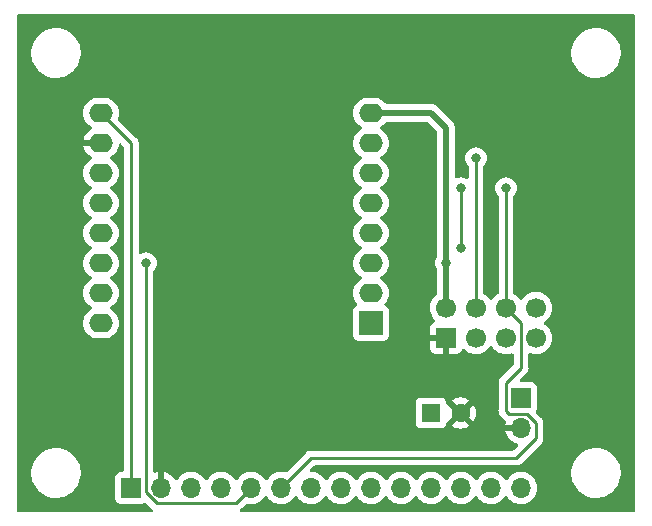
<source format=gbr>
%TF.GenerationSoftware,KiCad,Pcbnew,(6.0.7)*%
%TF.CreationDate,2022-11-27T11:05:52+01:00*%
%TF.ProjectId,RF24_esp8266_tft,52463234-5f65-4737-9038-3236365f7466,rev?*%
%TF.SameCoordinates,Original*%
%TF.FileFunction,Copper,L2,Bot*%
%TF.FilePolarity,Positive*%
%FSLAX46Y46*%
G04 Gerber Fmt 4.6, Leading zero omitted, Abs format (unit mm)*
G04 Created by KiCad (PCBNEW (6.0.7)) date 2022-11-27 11:05:52*
%MOMM*%
%LPD*%
G01*
G04 APERTURE LIST*
%TA.AperFunction,ComponentPad*%
%ADD10C,1.700000*%
%TD*%
%TA.AperFunction,ComponentPad*%
%ADD11R,1.700000X1.700000*%
%TD*%
%TA.AperFunction,ComponentPad*%
%ADD12O,1.700000X1.700000*%
%TD*%
%TA.AperFunction,ComponentPad*%
%ADD13R,1.600000X1.600000*%
%TD*%
%TA.AperFunction,ComponentPad*%
%ADD14C,1.600000*%
%TD*%
%TA.AperFunction,ComponentPad*%
%ADD15R,2.000000X2.000000*%
%TD*%
%TA.AperFunction,ComponentPad*%
%ADD16O,2.000000X1.600000*%
%TD*%
%TA.AperFunction,ViaPad*%
%ADD17C,0.800000*%
%TD*%
%TA.AperFunction,Conductor*%
%ADD18C,0.500000*%
%TD*%
%TA.AperFunction,Conductor*%
%ADD19C,0.250000*%
%TD*%
G04 APERTURE END LIST*
D10*
%TO.P,U2,8,IRQ*%
%TO.N,Net-(R2-Pad2)*%
X167640000Y-97790000D03*
%TO.P,U2,7,MISO*%
%TO.N,Net-(J2-Pad9)*%
X167640000Y-100330000D03*
%TO.P,U2,6,MOSI*%
%TO.N,Net-(J2-Pad6)*%
X165100000Y-97790000D03*
%TO.P,U2,5,SCK*%
%TO.N,Net-(J2-Pad7)*%
X165100000Y-100330000D03*
%TO.P,U2,4,~{CSN}*%
%TO.N,Net-(U1-Pad7)*%
X162560000Y-97790000D03*
%TO.P,U2,3,CE*%
%TO.N,Net-(U1-Pad11)*%
X162560000Y-100330000D03*
%TO.P,U2,2,VCC*%
%TO.N,+3.3V*%
X160020000Y-97790000D03*
D11*
%TO.P,U2,1,GND*%
%TO.N,GND*%
X160020000Y-100330000D03*
%TD*%
%TO.P,J2,1,Pin_1*%
%TO.N,+5V*%
X133360000Y-113030000D03*
D12*
%TO.P,J2,2,Pin_2*%
%TO.N,GND*%
X135900000Y-113030000D03*
%TO.P,J2,3,Pin_3*%
%TO.N,Net-(J2-Pad3)*%
X138440000Y-113030000D03*
%TO.P,J2,4,Pin_4*%
%TO.N,Net-(J2-Pad4)*%
X140980000Y-113030000D03*
%TO.P,J2,5,Pin_5*%
%TO.N,Net-(J2-Pad5)*%
X143520000Y-113030000D03*
%TO.P,J2,6,Pin_6*%
%TO.N,Net-(J2-Pad6)*%
X146060000Y-113030000D03*
%TO.P,J2,7,Pin_7*%
%TO.N,Net-(J2-Pad7)*%
X148600000Y-113030000D03*
%TO.P,J2,8,Pin_8*%
%TO.N,Net-(J2-Pad8)*%
X151140000Y-113030000D03*
%TO.P,J2,9,Pin_9*%
%TO.N,Net-(J2-Pad9)*%
X153680000Y-113030000D03*
%TO.P,J2,10,Pin_10*%
%TO.N,unconnected-(J2-Pad10)*%
X156220000Y-113030000D03*
%TO.P,J2,11,Pin_11*%
%TO.N,unconnected-(J2-Pad11)*%
X158760000Y-113030000D03*
%TO.P,J2,12,Pin_12*%
%TO.N,unconnected-(J2-Pad12)*%
X161300000Y-113030000D03*
%TO.P,J2,13,Pin_13*%
%TO.N,unconnected-(J2-Pad13)*%
X163840000Y-113030000D03*
%TO.P,J2,14,Pin_14*%
%TO.N,unconnected-(J2-Pad14)*%
X166380000Y-113030000D03*
%TD*%
D13*
%TO.P,C1,1*%
%TO.N,+3.3V*%
X158750000Y-106680000D03*
D14*
%TO.P,C1,2*%
%TO.N,GND*%
X161250000Y-106680000D03*
%TD*%
D11*
%TO.P,J1,1,Pin_1*%
%TO.N,Net-(J1-Pad1)*%
X166370000Y-105410000D03*
D12*
%TO.P,J1,2,Pin_2*%
%TO.N,GND*%
X166370000Y-107950000D03*
%TD*%
D15*
%TO.P,U1,1,~{RST}*%
%TO.N,unconnected-(U1-Pad1)*%
X153670000Y-99060000D03*
D16*
%TO.P,U1,2,A0*%
%TO.N,unconnected-(U1-Pad2)*%
X153670000Y-96520000D03*
%TO.P,U1,3,D0*%
%TO.N,Net-(J2-Pad3)*%
X153670000Y-93980000D03*
%TO.P,U1,4,SCK/D5*%
%TO.N,Net-(J2-Pad7)*%
X153670000Y-91440000D03*
%TO.P,U1,5,MISO/D6*%
%TO.N,Net-(J2-Pad9)*%
X153670000Y-88900000D03*
%TO.P,U1,6,MOSI/D7*%
%TO.N,Net-(J2-Pad6)*%
X153670000Y-86360000D03*
%TO.P,U1,7,CS/D8*%
%TO.N,Net-(U1-Pad7)*%
X153670000Y-83820000D03*
%TO.P,U1,8,3V3*%
%TO.N,+3.3V*%
X153670000Y-81280000D03*
%TO.P,U1,9,5V*%
%TO.N,+5V*%
X130810000Y-81280000D03*
%TO.P,U1,10,GND*%
%TO.N,GND*%
X130810000Y-83820000D03*
%TO.P,U1,11,D4*%
%TO.N,Net-(U1-Pad11)*%
X130810000Y-86360000D03*
%TO.P,U1,12,D3*%
%TO.N,Net-(J1-Pad1)*%
X130810000Y-88900000D03*
%TO.P,U1,13,SDA/D2*%
%TO.N,Net-(J2-Pad5)*%
X130810000Y-91440000D03*
%TO.P,U1,14,SCL/D1*%
%TO.N,Net-(J2-Pad8)*%
X130810000Y-93980000D03*
%TO.P,U1,15,RX*%
%TO.N,unconnected-(U1-Pad15)*%
X130810000Y-96520000D03*
%TO.P,U1,16,TX*%
%TO.N,unconnected-(U1-Pad16)*%
X130810000Y-99060000D03*
%TD*%
D17*
%TO.N,+3.3V*%
X160020000Y-93980000D03*
%TO.N,Net-(U1-Pad7)*%
X162560000Y-85090000D03*
%TO.N,Net-(U1-Pad11)*%
X161290000Y-92710000D03*
X161290000Y-87630000D03*
%TO.N,Net-(J2-Pad5)*%
X134620000Y-93980000D03*
%TO.N,Net-(J2-Pad6)*%
X165100000Y-87630000D03*
%TD*%
D18*
%TO.N,+3.3V*%
X160020000Y-82550000D02*
X160020000Y-93980000D01*
X158750000Y-81280000D02*
X160020000Y-82550000D01*
X153670000Y-81280000D02*
X158750000Y-81280000D01*
D19*
%TO.N,Net-(J2-Pad6)*%
X165100000Y-87630000D02*
X165100000Y-97790000D01*
X166370000Y-102870000D02*
X166370000Y-99060000D01*
X166370000Y-99060000D02*
X165100000Y-97790000D01*
X165100000Y-104140000D02*
X166370000Y-102870000D01*
X165100000Y-106489022D02*
X165100000Y-104140000D01*
D18*
%TO.N,+3.3V*%
X160020000Y-93980000D02*
X160020000Y-97790000D01*
D19*
%TO.N,+5V*%
X133360000Y-83830000D02*
X130810000Y-81280000D01*
X133360000Y-113030000D02*
X133360000Y-83830000D01*
%TO.N,Net-(U1-Pad7)*%
X162560000Y-85090000D02*
X162560000Y-97790000D01*
%TO.N,Net-(U1-Pad11)*%
X161290000Y-87630000D02*
X161290000Y-92710000D01*
%TO.N,Net-(J2-Pad5)*%
X134620000Y-113411010D02*
X134620000Y-93980000D01*
X135508990Y-114300000D02*
X134620000Y-113411010D01*
X142250000Y-114300000D02*
X135508990Y-114300000D01*
X143520000Y-113030000D02*
X142250000Y-114300000D01*
%TO.N,Net-(J2-Pad6)*%
X167640000Y-108828990D02*
X167640000Y-107558990D01*
X166856499Y-106775489D02*
X165386467Y-106775489D01*
X148600000Y-110490000D02*
X165978990Y-110490000D01*
X165386467Y-106775489D02*
X165100000Y-106489022D01*
X167640000Y-107558990D02*
X166856499Y-106775489D01*
X146060000Y-113030000D02*
X148600000Y-110490000D01*
X165978990Y-110490000D02*
X167640000Y-108828990D01*
%TD*%
%TA.AperFunction,Conductor*%
%TO.N,GND*%
G36*
X175963621Y-72918502D02*
G01*
X176010114Y-72972158D01*
X176021500Y-73024500D01*
X176021500Y-114935500D01*
X176001498Y-115003621D01*
X175947842Y-115050114D01*
X175895500Y-115061500D01*
X142667449Y-115061500D01*
X142599328Y-115041498D01*
X142552835Y-114987842D01*
X142542731Y-114917568D01*
X142572225Y-114852988D01*
X142603309Y-114827047D01*
X142634534Y-114808580D01*
X142641362Y-114804542D01*
X142655683Y-114790221D01*
X142670717Y-114777380D01*
X142672431Y-114776135D01*
X142687107Y-114765472D01*
X142715298Y-114731395D01*
X142723288Y-114722616D01*
X143064549Y-114381355D01*
X143126861Y-114347329D01*
X143178762Y-114346979D01*
X143358597Y-114383567D01*
X143363772Y-114383757D01*
X143363774Y-114383757D01*
X143576673Y-114391564D01*
X143576677Y-114391564D01*
X143581837Y-114391753D01*
X143586957Y-114391097D01*
X143586959Y-114391097D01*
X143798288Y-114364025D01*
X143798289Y-114364025D01*
X143803416Y-114363368D01*
X143808366Y-114361883D01*
X144012429Y-114300661D01*
X144012434Y-114300659D01*
X144017384Y-114299174D01*
X144217994Y-114200896D01*
X144399860Y-114071173D01*
X144558096Y-113913489D01*
X144590563Y-113868307D01*
X144688453Y-113732077D01*
X144689776Y-113733028D01*
X144736645Y-113689857D01*
X144806580Y-113677625D01*
X144872026Y-113705144D01*
X144899875Y-113736994D01*
X144959987Y-113835088D01*
X145106250Y-114003938D01*
X145278126Y-114146632D01*
X145471000Y-114259338D01*
X145679692Y-114339030D01*
X145684760Y-114340061D01*
X145684763Y-114340062D01*
X145792017Y-114361883D01*
X145898597Y-114383567D01*
X145903772Y-114383757D01*
X145903774Y-114383757D01*
X146116673Y-114391564D01*
X146116677Y-114391564D01*
X146121837Y-114391753D01*
X146126957Y-114391097D01*
X146126959Y-114391097D01*
X146338288Y-114364025D01*
X146338289Y-114364025D01*
X146343416Y-114363368D01*
X146348366Y-114361883D01*
X146552429Y-114300661D01*
X146552434Y-114300659D01*
X146557384Y-114299174D01*
X146757994Y-114200896D01*
X146939860Y-114071173D01*
X147098096Y-113913489D01*
X147130563Y-113868307D01*
X147228453Y-113732077D01*
X147229776Y-113733028D01*
X147276645Y-113689857D01*
X147346580Y-113677625D01*
X147412026Y-113705144D01*
X147439875Y-113736994D01*
X147499987Y-113835088D01*
X147646250Y-114003938D01*
X147818126Y-114146632D01*
X148011000Y-114259338D01*
X148219692Y-114339030D01*
X148224760Y-114340061D01*
X148224763Y-114340062D01*
X148332017Y-114361883D01*
X148438597Y-114383567D01*
X148443772Y-114383757D01*
X148443774Y-114383757D01*
X148656673Y-114391564D01*
X148656677Y-114391564D01*
X148661837Y-114391753D01*
X148666957Y-114391097D01*
X148666959Y-114391097D01*
X148878288Y-114364025D01*
X148878289Y-114364025D01*
X148883416Y-114363368D01*
X148888366Y-114361883D01*
X149092429Y-114300661D01*
X149092434Y-114300659D01*
X149097384Y-114299174D01*
X149297994Y-114200896D01*
X149479860Y-114071173D01*
X149638096Y-113913489D01*
X149670563Y-113868307D01*
X149768453Y-113732077D01*
X149769776Y-113733028D01*
X149816645Y-113689857D01*
X149886580Y-113677625D01*
X149952026Y-113705144D01*
X149979875Y-113736994D01*
X150039987Y-113835088D01*
X150186250Y-114003938D01*
X150358126Y-114146632D01*
X150551000Y-114259338D01*
X150759692Y-114339030D01*
X150764760Y-114340061D01*
X150764763Y-114340062D01*
X150872017Y-114361883D01*
X150978597Y-114383567D01*
X150983772Y-114383757D01*
X150983774Y-114383757D01*
X151196673Y-114391564D01*
X151196677Y-114391564D01*
X151201837Y-114391753D01*
X151206957Y-114391097D01*
X151206959Y-114391097D01*
X151418288Y-114364025D01*
X151418289Y-114364025D01*
X151423416Y-114363368D01*
X151428366Y-114361883D01*
X151632429Y-114300661D01*
X151632434Y-114300659D01*
X151637384Y-114299174D01*
X151837994Y-114200896D01*
X152019860Y-114071173D01*
X152178096Y-113913489D01*
X152210563Y-113868307D01*
X152308453Y-113732077D01*
X152309776Y-113733028D01*
X152356645Y-113689857D01*
X152426580Y-113677625D01*
X152492026Y-113705144D01*
X152519875Y-113736994D01*
X152579987Y-113835088D01*
X152726250Y-114003938D01*
X152898126Y-114146632D01*
X153091000Y-114259338D01*
X153299692Y-114339030D01*
X153304760Y-114340061D01*
X153304763Y-114340062D01*
X153412017Y-114361883D01*
X153518597Y-114383567D01*
X153523772Y-114383757D01*
X153523774Y-114383757D01*
X153736673Y-114391564D01*
X153736677Y-114391564D01*
X153741837Y-114391753D01*
X153746957Y-114391097D01*
X153746959Y-114391097D01*
X153958288Y-114364025D01*
X153958289Y-114364025D01*
X153963416Y-114363368D01*
X153968366Y-114361883D01*
X154172429Y-114300661D01*
X154172434Y-114300659D01*
X154177384Y-114299174D01*
X154377994Y-114200896D01*
X154559860Y-114071173D01*
X154718096Y-113913489D01*
X154750563Y-113868307D01*
X154848453Y-113732077D01*
X154849776Y-113733028D01*
X154896645Y-113689857D01*
X154966580Y-113677625D01*
X155032026Y-113705144D01*
X155059875Y-113736994D01*
X155119987Y-113835088D01*
X155266250Y-114003938D01*
X155438126Y-114146632D01*
X155631000Y-114259338D01*
X155839692Y-114339030D01*
X155844760Y-114340061D01*
X155844763Y-114340062D01*
X155952017Y-114361883D01*
X156058597Y-114383567D01*
X156063772Y-114383757D01*
X156063774Y-114383757D01*
X156276673Y-114391564D01*
X156276677Y-114391564D01*
X156281837Y-114391753D01*
X156286957Y-114391097D01*
X156286959Y-114391097D01*
X156498288Y-114364025D01*
X156498289Y-114364025D01*
X156503416Y-114363368D01*
X156508366Y-114361883D01*
X156712429Y-114300661D01*
X156712434Y-114300659D01*
X156717384Y-114299174D01*
X156917994Y-114200896D01*
X157099860Y-114071173D01*
X157258096Y-113913489D01*
X157290563Y-113868307D01*
X157388453Y-113732077D01*
X157389776Y-113733028D01*
X157436645Y-113689857D01*
X157506580Y-113677625D01*
X157572026Y-113705144D01*
X157599875Y-113736994D01*
X157659987Y-113835088D01*
X157806250Y-114003938D01*
X157978126Y-114146632D01*
X158171000Y-114259338D01*
X158379692Y-114339030D01*
X158384760Y-114340061D01*
X158384763Y-114340062D01*
X158492017Y-114361883D01*
X158598597Y-114383567D01*
X158603772Y-114383757D01*
X158603774Y-114383757D01*
X158816673Y-114391564D01*
X158816677Y-114391564D01*
X158821837Y-114391753D01*
X158826957Y-114391097D01*
X158826959Y-114391097D01*
X159038288Y-114364025D01*
X159038289Y-114364025D01*
X159043416Y-114363368D01*
X159048366Y-114361883D01*
X159252429Y-114300661D01*
X159252434Y-114300659D01*
X159257384Y-114299174D01*
X159457994Y-114200896D01*
X159639860Y-114071173D01*
X159798096Y-113913489D01*
X159830563Y-113868307D01*
X159928453Y-113732077D01*
X159929776Y-113733028D01*
X159976645Y-113689857D01*
X160046580Y-113677625D01*
X160112026Y-113705144D01*
X160139875Y-113736994D01*
X160199987Y-113835088D01*
X160346250Y-114003938D01*
X160518126Y-114146632D01*
X160711000Y-114259338D01*
X160919692Y-114339030D01*
X160924760Y-114340061D01*
X160924763Y-114340062D01*
X161032017Y-114361883D01*
X161138597Y-114383567D01*
X161143772Y-114383757D01*
X161143774Y-114383757D01*
X161356673Y-114391564D01*
X161356677Y-114391564D01*
X161361837Y-114391753D01*
X161366957Y-114391097D01*
X161366959Y-114391097D01*
X161578288Y-114364025D01*
X161578289Y-114364025D01*
X161583416Y-114363368D01*
X161588366Y-114361883D01*
X161792429Y-114300661D01*
X161792434Y-114300659D01*
X161797384Y-114299174D01*
X161997994Y-114200896D01*
X162179860Y-114071173D01*
X162338096Y-113913489D01*
X162370563Y-113868307D01*
X162468453Y-113732077D01*
X162469776Y-113733028D01*
X162516645Y-113689857D01*
X162586580Y-113677625D01*
X162652026Y-113705144D01*
X162679875Y-113736994D01*
X162739987Y-113835088D01*
X162886250Y-114003938D01*
X163058126Y-114146632D01*
X163251000Y-114259338D01*
X163459692Y-114339030D01*
X163464760Y-114340061D01*
X163464763Y-114340062D01*
X163572017Y-114361883D01*
X163678597Y-114383567D01*
X163683772Y-114383757D01*
X163683774Y-114383757D01*
X163896673Y-114391564D01*
X163896677Y-114391564D01*
X163901837Y-114391753D01*
X163906957Y-114391097D01*
X163906959Y-114391097D01*
X164118288Y-114364025D01*
X164118289Y-114364025D01*
X164123416Y-114363368D01*
X164128366Y-114361883D01*
X164332429Y-114300661D01*
X164332434Y-114300659D01*
X164337384Y-114299174D01*
X164537994Y-114200896D01*
X164719860Y-114071173D01*
X164878096Y-113913489D01*
X164910563Y-113868307D01*
X165008453Y-113732077D01*
X165009776Y-113733028D01*
X165056645Y-113689857D01*
X165126580Y-113677625D01*
X165192026Y-113705144D01*
X165219875Y-113736994D01*
X165279987Y-113835088D01*
X165426250Y-114003938D01*
X165598126Y-114146632D01*
X165791000Y-114259338D01*
X165999692Y-114339030D01*
X166004760Y-114340061D01*
X166004763Y-114340062D01*
X166112017Y-114361883D01*
X166218597Y-114383567D01*
X166223772Y-114383757D01*
X166223774Y-114383757D01*
X166436673Y-114391564D01*
X166436677Y-114391564D01*
X166441837Y-114391753D01*
X166446957Y-114391097D01*
X166446959Y-114391097D01*
X166658288Y-114364025D01*
X166658289Y-114364025D01*
X166663416Y-114363368D01*
X166668366Y-114361883D01*
X166872429Y-114300661D01*
X166872434Y-114300659D01*
X166877384Y-114299174D01*
X167077994Y-114200896D01*
X167259860Y-114071173D01*
X167418096Y-113913489D01*
X167548453Y-113732077D01*
X167563794Y-113701038D01*
X167645136Y-113536453D01*
X167645137Y-113536451D01*
X167647430Y-113531811D01*
X167712370Y-113318069D01*
X167741529Y-113096590D01*
X167743156Y-113030000D01*
X167724852Y-112807361D01*
X167670431Y-112590702D01*
X167581354Y-112385840D01*
X167460014Y-112198277D01*
X167309670Y-112033051D01*
X167305619Y-112029852D01*
X167305615Y-112029848D01*
X167138414Y-111897800D01*
X167138410Y-111897798D01*
X167134359Y-111894598D01*
X167130926Y-111892703D01*
X170610743Y-111892703D01*
X170611302Y-111896947D01*
X170611302Y-111896951D01*
X170613084Y-111910488D01*
X170648268Y-112177734D01*
X170724129Y-112455036D01*
X170836923Y-112719476D01*
X170984561Y-112966161D01*
X171164313Y-113190528D01*
X171372851Y-113388423D01*
X171606317Y-113556186D01*
X171610112Y-113558195D01*
X171610113Y-113558196D01*
X171631869Y-113569715D01*
X171860392Y-113690712D01*
X172130373Y-113789511D01*
X172411264Y-113850755D01*
X172439841Y-113853004D01*
X172634282Y-113868307D01*
X172634291Y-113868307D01*
X172636739Y-113868500D01*
X172792271Y-113868500D01*
X172794407Y-113868354D01*
X172794418Y-113868354D01*
X173002548Y-113854165D01*
X173002554Y-113854164D01*
X173006825Y-113853873D01*
X173011020Y-113853004D01*
X173011022Y-113853004D01*
X173147583Y-113824724D01*
X173288342Y-113795574D01*
X173559343Y-113699607D01*
X173814812Y-113567750D01*
X173818313Y-113565289D01*
X173818317Y-113565287D01*
X173999941Y-113437639D01*
X174050023Y-113402441D01*
X174140818Y-113318069D01*
X174257479Y-113209661D01*
X174257481Y-113209658D01*
X174260622Y-113206740D01*
X174442713Y-112984268D01*
X174592927Y-112739142D01*
X174708483Y-112475898D01*
X174787244Y-112199406D01*
X174827751Y-111914784D01*
X174827845Y-111896951D01*
X174829235Y-111631583D01*
X174829235Y-111631576D01*
X174829257Y-111627297D01*
X174791732Y-111342266D01*
X174715871Y-111064964D01*
X174603077Y-110800524D01*
X174455439Y-110553839D01*
X174275687Y-110329472D01*
X174067149Y-110131577D01*
X173833683Y-109963814D01*
X173811843Y-109952250D01*
X173765156Y-109927531D01*
X173579608Y-109829288D01*
X173309627Y-109730489D01*
X173028736Y-109669245D01*
X172997685Y-109666801D01*
X172805718Y-109651693D01*
X172805709Y-109651693D01*
X172803261Y-109651500D01*
X172647729Y-109651500D01*
X172645593Y-109651646D01*
X172645582Y-109651646D01*
X172437452Y-109665835D01*
X172437446Y-109665836D01*
X172433175Y-109666127D01*
X172428980Y-109666996D01*
X172428978Y-109666996D01*
X172292417Y-109695276D01*
X172151658Y-109724426D01*
X171880657Y-109820393D01*
X171876848Y-109822359D01*
X171698729Y-109914293D01*
X171625188Y-109952250D01*
X171621687Y-109954711D01*
X171621683Y-109954713D01*
X171569961Y-109991064D01*
X171389977Y-110117559D01*
X171179378Y-110313260D01*
X170997287Y-110535732D01*
X170847073Y-110780858D01*
X170731517Y-111044102D01*
X170730342Y-111048229D01*
X170730341Y-111048230D01*
X170708273Y-111125702D01*
X170652756Y-111320594D01*
X170612249Y-111605216D01*
X170612227Y-111609505D01*
X170612226Y-111609512D01*
X170610765Y-111888417D01*
X170610743Y-111892703D01*
X167130926Y-111892703D01*
X166938789Y-111786638D01*
X166933920Y-111784914D01*
X166933916Y-111784912D01*
X166733087Y-111713795D01*
X166733083Y-111713794D01*
X166728212Y-111712069D01*
X166723119Y-111711162D01*
X166723116Y-111711161D01*
X166513373Y-111673800D01*
X166513367Y-111673799D01*
X166508284Y-111672894D01*
X166434452Y-111671992D01*
X166290081Y-111670228D01*
X166290079Y-111670228D01*
X166284911Y-111670165D01*
X166064091Y-111703955D01*
X165851756Y-111773357D01*
X165653607Y-111876507D01*
X165649474Y-111879610D01*
X165649471Y-111879612D01*
X165479100Y-112007530D01*
X165474965Y-112010635D01*
X165320629Y-112172138D01*
X165213201Y-112329621D01*
X165158293Y-112374621D01*
X165087768Y-112382792D01*
X165024021Y-112351538D01*
X165003324Y-112327054D01*
X164922822Y-112202617D01*
X164922820Y-112202614D01*
X164920014Y-112198277D01*
X164769670Y-112033051D01*
X164765619Y-112029852D01*
X164765615Y-112029848D01*
X164598414Y-111897800D01*
X164598410Y-111897798D01*
X164594359Y-111894598D01*
X164398789Y-111786638D01*
X164393920Y-111784914D01*
X164393916Y-111784912D01*
X164193087Y-111713795D01*
X164193083Y-111713794D01*
X164188212Y-111712069D01*
X164183119Y-111711162D01*
X164183116Y-111711161D01*
X163973373Y-111673800D01*
X163973367Y-111673799D01*
X163968284Y-111672894D01*
X163894452Y-111671992D01*
X163750081Y-111670228D01*
X163750079Y-111670228D01*
X163744911Y-111670165D01*
X163524091Y-111703955D01*
X163311756Y-111773357D01*
X163113607Y-111876507D01*
X163109474Y-111879610D01*
X163109471Y-111879612D01*
X162939100Y-112007530D01*
X162934965Y-112010635D01*
X162780629Y-112172138D01*
X162673201Y-112329621D01*
X162618293Y-112374621D01*
X162547768Y-112382792D01*
X162484021Y-112351538D01*
X162463324Y-112327054D01*
X162382822Y-112202617D01*
X162382820Y-112202614D01*
X162380014Y-112198277D01*
X162229670Y-112033051D01*
X162225619Y-112029852D01*
X162225615Y-112029848D01*
X162058414Y-111897800D01*
X162058410Y-111897798D01*
X162054359Y-111894598D01*
X161858789Y-111786638D01*
X161853920Y-111784914D01*
X161853916Y-111784912D01*
X161653087Y-111713795D01*
X161653083Y-111713794D01*
X161648212Y-111712069D01*
X161643119Y-111711162D01*
X161643116Y-111711161D01*
X161433373Y-111673800D01*
X161433367Y-111673799D01*
X161428284Y-111672894D01*
X161354452Y-111671992D01*
X161210081Y-111670228D01*
X161210079Y-111670228D01*
X161204911Y-111670165D01*
X160984091Y-111703955D01*
X160771756Y-111773357D01*
X160573607Y-111876507D01*
X160569474Y-111879610D01*
X160569471Y-111879612D01*
X160399100Y-112007530D01*
X160394965Y-112010635D01*
X160240629Y-112172138D01*
X160133201Y-112329621D01*
X160078293Y-112374621D01*
X160007768Y-112382792D01*
X159944021Y-112351538D01*
X159923324Y-112327054D01*
X159842822Y-112202617D01*
X159842820Y-112202614D01*
X159840014Y-112198277D01*
X159689670Y-112033051D01*
X159685619Y-112029852D01*
X159685615Y-112029848D01*
X159518414Y-111897800D01*
X159518410Y-111897798D01*
X159514359Y-111894598D01*
X159318789Y-111786638D01*
X159313920Y-111784914D01*
X159313916Y-111784912D01*
X159113087Y-111713795D01*
X159113083Y-111713794D01*
X159108212Y-111712069D01*
X159103119Y-111711162D01*
X159103116Y-111711161D01*
X158893373Y-111673800D01*
X158893367Y-111673799D01*
X158888284Y-111672894D01*
X158814452Y-111671992D01*
X158670081Y-111670228D01*
X158670079Y-111670228D01*
X158664911Y-111670165D01*
X158444091Y-111703955D01*
X158231756Y-111773357D01*
X158033607Y-111876507D01*
X158029474Y-111879610D01*
X158029471Y-111879612D01*
X157859100Y-112007530D01*
X157854965Y-112010635D01*
X157700629Y-112172138D01*
X157593201Y-112329621D01*
X157538293Y-112374621D01*
X157467768Y-112382792D01*
X157404021Y-112351538D01*
X157383324Y-112327054D01*
X157302822Y-112202617D01*
X157302820Y-112202614D01*
X157300014Y-112198277D01*
X157149670Y-112033051D01*
X157145619Y-112029852D01*
X157145615Y-112029848D01*
X156978414Y-111897800D01*
X156978410Y-111897798D01*
X156974359Y-111894598D01*
X156778789Y-111786638D01*
X156773920Y-111784914D01*
X156773916Y-111784912D01*
X156573087Y-111713795D01*
X156573083Y-111713794D01*
X156568212Y-111712069D01*
X156563119Y-111711162D01*
X156563116Y-111711161D01*
X156353373Y-111673800D01*
X156353367Y-111673799D01*
X156348284Y-111672894D01*
X156274452Y-111671992D01*
X156130081Y-111670228D01*
X156130079Y-111670228D01*
X156124911Y-111670165D01*
X155904091Y-111703955D01*
X155691756Y-111773357D01*
X155493607Y-111876507D01*
X155489474Y-111879610D01*
X155489471Y-111879612D01*
X155319100Y-112007530D01*
X155314965Y-112010635D01*
X155160629Y-112172138D01*
X155053201Y-112329621D01*
X154998293Y-112374621D01*
X154927768Y-112382792D01*
X154864021Y-112351538D01*
X154843324Y-112327054D01*
X154762822Y-112202617D01*
X154762820Y-112202614D01*
X154760014Y-112198277D01*
X154609670Y-112033051D01*
X154605619Y-112029852D01*
X154605615Y-112029848D01*
X154438414Y-111897800D01*
X154438410Y-111897798D01*
X154434359Y-111894598D01*
X154238789Y-111786638D01*
X154233920Y-111784914D01*
X154233916Y-111784912D01*
X154033087Y-111713795D01*
X154033083Y-111713794D01*
X154028212Y-111712069D01*
X154023119Y-111711162D01*
X154023116Y-111711161D01*
X153813373Y-111673800D01*
X153813367Y-111673799D01*
X153808284Y-111672894D01*
X153734452Y-111671992D01*
X153590081Y-111670228D01*
X153590079Y-111670228D01*
X153584911Y-111670165D01*
X153364091Y-111703955D01*
X153151756Y-111773357D01*
X152953607Y-111876507D01*
X152949474Y-111879610D01*
X152949471Y-111879612D01*
X152779100Y-112007530D01*
X152774965Y-112010635D01*
X152620629Y-112172138D01*
X152513201Y-112329621D01*
X152458293Y-112374621D01*
X152387768Y-112382792D01*
X152324021Y-112351538D01*
X152303324Y-112327054D01*
X152222822Y-112202617D01*
X152222820Y-112202614D01*
X152220014Y-112198277D01*
X152069670Y-112033051D01*
X152065619Y-112029852D01*
X152065615Y-112029848D01*
X151898414Y-111897800D01*
X151898410Y-111897798D01*
X151894359Y-111894598D01*
X151698789Y-111786638D01*
X151693920Y-111784914D01*
X151693916Y-111784912D01*
X151493087Y-111713795D01*
X151493083Y-111713794D01*
X151488212Y-111712069D01*
X151483119Y-111711162D01*
X151483116Y-111711161D01*
X151273373Y-111673800D01*
X151273367Y-111673799D01*
X151268284Y-111672894D01*
X151194452Y-111671992D01*
X151050081Y-111670228D01*
X151050079Y-111670228D01*
X151044911Y-111670165D01*
X150824091Y-111703955D01*
X150611756Y-111773357D01*
X150413607Y-111876507D01*
X150409474Y-111879610D01*
X150409471Y-111879612D01*
X150239100Y-112007530D01*
X150234965Y-112010635D01*
X150080629Y-112172138D01*
X149973201Y-112329621D01*
X149918293Y-112374621D01*
X149847768Y-112382792D01*
X149784021Y-112351538D01*
X149763324Y-112327054D01*
X149682822Y-112202617D01*
X149682820Y-112202614D01*
X149680014Y-112198277D01*
X149529670Y-112033051D01*
X149525619Y-112029852D01*
X149525615Y-112029848D01*
X149358414Y-111897800D01*
X149358410Y-111897798D01*
X149354359Y-111894598D01*
X149158789Y-111786638D01*
X149153920Y-111784914D01*
X149153916Y-111784912D01*
X148953087Y-111713795D01*
X148953083Y-111713794D01*
X148948212Y-111712069D01*
X148943119Y-111711162D01*
X148943116Y-111711161D01*
X148733373Y-111673800D01*
X148733367Y-111673799D01*
X148728284Y-111672894D01*
X148617009Y-111671535D01*
X148549140Y-111650702D01*
X148503306Y-111596483D01*
X148494061Y-111526091D01*
X148524340Y-111461875D01*
X148529455Y-111456449D01*
X148825499Y-111160405D01*
X148887811Y-111126379D01*
X148914594Y-111123500D01*
X165900223Y-111123500D01*
X165911406Y-111124027D01*
X165918899Y-111125702D01*
X165926825Y-111125453D01*
X165926826Y-111125453D01*
X165986976Y-111123562D01*
X165990935Y-111123500D01*
X166018846Y-111123500D01*
X166022781Y-111123003D01*
X166022846Y-111122995D01*
X166034683Y-111122062D01*
X166066941Y-111121048D01*
X166070960Y-111120922D01*
X166078879Y-111120673D01*
X166098333Y-111115021D01*
X166117690Y-111111013D01*
X166129920Y-111109468D01*
X166129921Y-111109468D01*
X166137787Y-111108474D01*
X166145158Y-111105555D01*
X166145160Y-111105555D01*
X166178902Y-111092196D01*
X166190132Y-111088351D01*
X166224973Y-111078229D01*
X166224974Y-111078229D01*
X166232583Y-111076018D01*
X166239402Y-111071985D01*
X166239407Y-111071983D01*
X166250018Y-111065707D01*
X166267766Y-111057012D01*
X166286607Y-111049552D01*
X166294109Y-111044102D01*
X166322377Y-111023564D01*
X166332297Y-111017048D01*
X166363525Y-110998580D01*
X166363528Y-110998578D01*
X166370352Y-110994542D01*
X166384673Y-110980221D01*
X166399707Y-110967380D01*
X166409684Y-110960131D01*
X166416097Y-110955472D01*
X166444288Y-110921395D01*
X166452278Y-110912616D01*
X168032253Y-109332642D01*
X168040539Y-109325102D01*
X168047018Y-109320990D01*
X168093644Y-109271338D01*
X168096398Y-109268497D01*
X168116135Y-109248760D01*
X168118615Y-109245563D01*
X168126320Y-109236541D01*
X168151159Y-109210090D01*
X168156586Y-109204311D01*
X168160405Y-109197365D01*
X168160407Y-109197362D01*
X168166348Y-109186556D01*
X168177199Y-109170037D01*
X168184758Y-109160291D01*
X168189614Y-109154031D01*
X168192759Y-109146762D01*
X168192762Y-109146758D01*
X168207174Y-109113453D01*
X168212391Y-109102803D01*
X168233695Y-109064050D01*
X168238733Y-109044427D01*
X168245137Y-109025724D01*
X168250033Y-109014410D01*
X168250033Y-109014409D01*
X168253181Y-109007135D01*
X168254420Y-108999312D01*
X168254423Y-108999302D01*
X168260099Y-108963466D01*
X168262505Y-108951846D01*
X168271528Y-108916701D01*
X168271528Y-108916700D01*
X168273500Y-108909020D01*
X168273500Y-108888766D01*
X168275051Y-108869055D01*
X168276980Y-108856876D01*
X168278220Y-108849047D01*
X168274059Y-108805028D01*
X168273500Y-108793171D01*
X168273500Y-107637758D01*
X168274027Y-107626575D01*
X168275702Y-107619082D01*
X168275031Y-107597715D01*
X168273562Y-107550992D01*
X168273500Y-107547034D01*
X168273500Y-107519134D01*
X168272996Y-107515143D01*
X168272063Y-107503301D01*
X168271015Y-107469934D01*
X168270674Y-107459101D01*
X168268462Y-107451487D01*
X168268461Y-107451482D01*
X168265023Y-107439649D01*
X168261012Y-107420285D01*
X168259467Y-107408054D01*
X168258474Y-107400193D01*
X168255557Y-107392826D01*
X168255556Y-107392821D01*
X168242198Y-107359082D01*
X168238354Y-107347855D01*
X168231743Y-107325103D01*
X168226018Y-107305397D01*
X168215707Y-107287962D01*
X168207012Y-107270214D01*
X168199552Y-107251373D01*
X168173564Y-107215603D01*
X168167048Y-107205683D01*
X168148580Y-107174455D01*
X168148578Y-107174452D01*
X168144542Y-107167628D01*
X168130221Y-107153307D01*
X168117380Y-107138273D01*
X168110131Y-107128296D01*
X168105472Y-107121883D01*
X168099367Y-107116832D01*
X168099362Y-107116827D01*
X168071402Y-107093696D01*
X168062624Y-107085709D01*
X167871620Y-106894705D01*
X167667752Y-106690838D01*
X167633727Y-106628525D01*
X167638791Y-106557710D01*
X167656019Y-106526180D01*
X167670615Y-106506705D01*
X167721745Y-106370316D01*
X167728500Y-106308134D01*
X167728500Y-104511866D01*
X167721745Y-104449684D01*
X167670615Y-104313295D01*
X167583261Y-104196739D01*
X167466705Y-104109385D01*
X167330316Y-104058255D01*
X167268134Y-104051500D01*
X166388594Y-104051500D01*
X166320473Y-104031498D01*
X166273980Y-103977842D01*
X166263876Y-103907568D01*
X166293370Y-103842988D01*
X166299499Y-103836405D01*
X166762247Y-103373657D01*
X166770537Y-103366113D01*
X166777018Y-103362000D01*
X166823659Y-103312332D01*
X166826413Y-103309491D01*
X166846134Y-103289770D01*
X166848612Y-103286575D01*
X166856318Y-103277553D01*
X166881158Y-103251101D01*
X166886586Y-103245321D01*
X166896346Y-103227568D01*
X166907199Y-103211045D01*
X166914753Y-103201306D01*
X166919613Y-103195041D01*
X166937176Y-103154457D01*
X166942383Y-103143827D01*
X166963695Y-103105060D01*
X166965666Y-103097383D01*
X166965668Y-103097378D01*
X166968732Y-103085442D01*
X166975138Y-103066730D01*
X166980033Y-103055419D01*
X166983181Y-103048145D01*
X166984421Y-103040317D01*
X166984423Y-103040310D01*
X166990099Y-103004476D01*
X166992505Y-102992856D01*
X167001528Y-102957711D01*
X167001528Y-102957710D01*
X167003500Y-102950030D01*
X167003500Y-102929776D01*
X167005051Y-102910065D01*
X167006980Y-102897886D01*
X167008220Y-102890057D01*
X167004059Y-102846038D01*
X167003500Y-102834181D01*
X167003500Y-101724189D01*
X167023502Y-101656068D01*
X167077158Y-101609575D01*
X167147432Y-101599471D01*
X167174449Y-101606479D01*
X167182557Y-101609575D01*
X167259692Y-101639030D01*
X167264760Y-101640061D01*
X167264763Y-101640062D01*
X167343436Y-101656068D01*
X167478597Y-101683567D01*
X167483772Y-101683757D01*
X167483774Y-101683757D01*
X167696673Y-101691564D01*
X167696677Y-101691564D01*
X167701837Y-101691753D01*
X167706957Y-101691097D01*
X167706959Y-101691097D01*
X167918288Y-101664025D01*
X167918289Y-101664025D01*
X167923416Y-101663368D01*
X167947748Y-101656068D01*
X168132429Y-101600661D01*
X168132434Y-101600659D01*
X168137384Y-101599174D01*
X168337994Y-101500896D01*
X168519860Y-101371173D01*
X168678096Y-101213489D01*
X168808453Y-101032077D01*
X168829320Y-100989857D01*
X168905136Y-100836453D01*
X168905137Y-100836451D01*
X168907430Y-100831811D01*
X168972370Y-100618069D01*
X169001529Y-100396590D01*
X169001611Y-100393240D01*
X169003074Y-100333365D01*
X169003074Y-100333361D01*
X169003156Y-100330000D01*
X168984852Y-100107361D01*
X168930431Y-99890702D01*
X168841354Y-99685840D01*
X168801906Y-99624862D01*
X168722822Y-99502617D01*
X168722820Y-99502614D01*
X168720014Y-99498277D01*
X168569670Y-99333051D01*
X168565619Y-99329852D01*
X168565615Y-99329848D01*
X168398414Y-99197800D01*
X168398410Y-99197798D01*
X168394359Y-99194598D01*
X168353053Y-99171796D01*
X168303084Y-99121364D01*
X168288312Y-99051921D01*
X168313428Y-98985516D01*
X168340780Y-98958909D01*
X168384603Y-98927650D01*
X168519860Y-98831173D01*
X168544323Y-98806796D01*
X168674435Y-98677137D01*
X168678096Y-98673489D01*
X168737594Y-98590689D01*
X168805435Y-98496277D01*
X168808453Y-98492077D01*
X168829320Y-98449857D01*
X168905136Y-98296453D01*
X168905137Y-98296451D01*
X168907430Y-98291811D01*
X168972370Y-98078069D01*
X169001529Y-97856590D01*
X169001611Y-97853240D01*
X169003074Y-97793365D01*
X169003074Y-97793361D01*
X169003156Y-97790000D01*
X168984852Y-97567361D01*
X168930431Y-97350702D01*
X168841354Y-97145840D01*
X168801906Y-97084862D01*
X168722822Y-96962617D01*
X168722820Y-96962614D01*
X168720014Y-96958277D01*
X168569670Y-96793051D01*
X168565619Y-96789852D01*
X168565615Y-96789848D01*
X168398414Y-96657800D01*
X168398410Y-96657798D01*
X168394359Y-96654598D01*
X168389831Y-96652098D01*
X168337945Y-96623456D01*
X168198789Y-96546638D01*
X168193920Y-96544914D01*
X168193916Y-96544912D01*
X167993087Y-96473795D01*
X167993083Y-96473794D01*
X167988212Y-96472069D01*
X167983119Y-96471162D01*
X167983116Y-96471161D01*
X167773373Y-96433800D01*
X167773367Y-96433799D01*
X167768284Y-96432894D01*
X167694452Y-96431992D01*
X167550081Y-96430228D01*
X167550079Y-96430228D01*
X167544911Y-96430165D01*
X167324091Y-96463955D01*
X167111756Y-96533357D01*
X167081443Y-96549137D01*
X166937975Y-96623822D01*
X166913607Y-96636507D01*
X166909474Y-96639610D01*
X166909471Y-96639612D01*
X166764996Y-96748087D01*
X166734965Y-96770635D01*
X166580629Y-96932138D01*
X166473201Y-97089621D01*
X166418293Y-97134621D01*
X166347768Y-97142792D01*
X166284021Y-97111538D01*
X166263324Y-97087054D01*
X166182822Y-96962617D01*
X166182820Y-96962614D01*
X166180014Y-96958277D01*
X166029670Y-96793051D01*
X166025619Y-96789852D01*
X166025615Y-96789848D01*
X165858414Y-96657800D01*
X165858410Y-96657798D01*
X165854359Y-96654598D01*
X165849835Y-96652101D01*
X165849831Y-96652098D01*
X165798608Y-96623822D01*
X165748636Y-96573390D01*
X165733500Y-96513513D01*
X165733500Y-88332524D01*
X165753502Y-88264403D01*
X165765858Y-88248221D01*
X165839040Y-88166944D01*
X165934527Y-88001556D01*
X165993542Y-87819928D01*
X165999249Y-87765634D01*
X166012814Y-87636565D01*
X166013504Y-87630000D01*
X165999580Y-87497523D01*
X165994232Y-87446635D01*
X165994232Y-87446633D01*
X165993542Y-87440072D01*
X165934527Y-87258444D01*
X165839040Y-87093056D01*
X165711253Y-86951134D01*
X165611500Y-86878659D01*
X165562094Y-86842763D01*
X165562093Y-86842762D01*
X165556752Y-86838882D01*
X165550724Y-86836198D01*
X165550722Y-86836197D01*
X165388319Y-86763891D01*
X165388318Y-86763891D01*
X165382288Y-86761206D01*
X165288887Y-86741353D01*
X165201944Y-86722872D01*
X165201939Y-86722872D01*
X165195487Y-86721500D01*
X165004513Y-86721500D01*
X164998061Y-86722872D01*
X164998056Y-86722872D01*
X164911113Y-86741353D01*
X164817712Y-86761206D01*
X164811682Y-86763891D01*
X164811681Y-86763891D01*
X164649278Y-86836197D01*
X164649276Y-86836198D01*
X164643248Y-86838882D01*
X164637907Y-86842762D01*
X164637906Y-86842763D01*
X164588500Y-86878659D01*
X164488747Y-86951134D01*
X164360960Y-87093056D01*
X164265473Y-87258444D01*
X164206458Y-87440072D01*
X164205768Y-87446633D01*
X164205768Y-87446635D01*
X164200420Y-87497523D01*
X164186496Y-87630000D01*
X164187186Y-87636565D01*
X164200752Y-87765634D01*
X164206458Y-87819928D01*
X164265473Y-88001556D01*
X164360960Y-88166944D01*
X164434137Y-88248215D01*
X164464853Y-88312221D01*
X164466500Y-88332524D01*
X164466500Y-96511692D01*
X164446498Y-96579813D01*
X164398683Y-96623453D01*
X164373607Y-96636507D01*
X164369474Y-96639610D01*
X164369471Y-96639612D01*
X164224996Y-96748087D01*
X164194965Y-96770635D01*
X164040629Y-96932138D01*
X163933201Y-97089621D01*
X163878293Y-97134621D01*
X163807768Y-97142792D01*
X163744021Y-97111538D01*
X163723324Y-97087054D01*
X163642822Y-96962617D01*
X163642820Y-96962614D01*
X163640014Y-96958277D01*
X163489670Y-96793051D01*
X163485619Y-96789852D01*
X163485615Y-96789848D01*
X163318414Y-96657800D01*
X163318410Y-96657798D01*
X163314359Y-96654598D01*
X163309835Y-96652101D01*
X163309831Y-96652098D01*
X163258608Y-96623822D01*
X163208636Y-96573390D01*
X163193500Y-96513513D01*
X163193500Y-85792524D01*
X163213502Y-85724403D01*
X163225858Y-85708221D01*
X163299040Y-85626944D01*
X163394527Y-85461556D01*
X163453542Y-85279928D01*
X163459249Y-85225634D01*
X163472814Y-85096565D01*
X163473504Y-85090000D01*
X163459580Y-84957523D01*
X163454232Y-84906635D01*
X163454232Y-84906633D01*
X163453542Y-84900072D01*
X163394527Y-84718444D01*
X163299040Y-84553056D01*
X163171253Y-84411134D01*
X163016752Y-84298882D01*
X163010724Y-84296198D01*
X163010722Y-84296197D01*
X162848319Y-84223891D01*
X162848318Y-84223891D01*
X162842288Y-84221206D01*
X162748888Y-84201353D01*
X162661944Y-84182872D01*
X162661939Y-84182872D01*
X162655487Y-84181500D01*
X162464513Y-84181500D01*
X162458061Y-84182872D01*
X162458056Y-84182872D01*
X162371112Y-84201353D01*
X162277712Y-84221206D01*
X162271682Y-84223891D01*
X162271681Y-84223891D01*
X162109278Y-84296197D01*
X162109276Y-84296198D01*
X162103248Y-84298882D01*
X161948747Y-84411134D01*
X161820960Y-84553056D01*
X161725473Y-84718444D01*
X161666458Y-84900072D01*
X161665768Y-84906633D01*
X161665768Y-84906635D01*
X161660420Y-84957523D01*
X161646496Y-85090000D01*
X161647186Y-85096565D01*
X161660752Y-85225634D01*
X161666458Y-85279928D01*
X161725473Y-85461556D01*
X161820960Y-85626944D01*
X161894137Y-85708215D01*
X161924853Y-85772221D01*
X161926500Y-85792524D01*
X161926500Y-86725218D01*
X161906498Y-86793339D01*
X161852842Y-86839832D01*
X161782568Y-86849936D01*
X161747270Y-86837718D01*
X161746752Y-86838882D01*
X161578319Y-86763891D01*
X161578318Y-86763891D01*
X161572288Y-86761206D01*
X161478887Y-86741353D01*
X161391944Y-86722872D01*
X161391939Y-86722872D01*
X161385487Y-86721500D01*
X161194513Y-86721500D01*
X161188061Y-86722872D01*
X161188056Y-86722872D01*
X161101113Y-86741353D01*
X161007712Y-86761206D01*
X161001685Y-86763889D01*
X161001677Y-86763892D01*
X160955748Y-86784341D01*
X160885381Y-86793775D01*
X160821084Y-86763668D01*
X160783271Y-86703579D01*
X160778500Y-86669234D01*
X160778500Y-82617069D01*
X160779933Y-82598118D01*
X160782099Y-82583883D01*
X160782099Y-82583881D01*
X160783199Y-82576651D01*
X160778915Y-82523982D01*
X160778500Y-82513767D01*
X160778500Y-82505707D01*
X160775853Y-82482998D01*
X160775211Y-82477493D01*
X160774778Y-82473118D01*
X160769454Y-82407661D01*
X160769453Y-82407658D01*
X160768860Y-82400363D01*
X160766604Y-82393399D01*
X160765413Y-82387440D01*
X160764029Y-82381585D01*
X160763182Y-82374319D01*
X160738265Y-82305673D01*
X160736848Y-82301545D01*
X160716607Y-82239064D01*
X160716606Y-82239062D01*
X160714351Y-82232101D01*
X160710555Y-82225846D01*
X160708049Y-82220372D01*
X160705330Y-82214942D01*
X160702833Y-82208063D01*
X160662809Y-82147016D01*
X160660472Y-82143312D01*
X160625509Y-82085693D01*
X160625505Y-82085688D01*
X160622595Y-82080892D01*
X160615197Y-82072516D01*
X160615223Y-82072493D01*
X160612574Y-82069503D01*
X160609866Y-82066264D01*
X160605856Y-82060148D01*
X160600549Y-82055121D01*
X160600546Y-82055117D01*
X160549617Y-82006872D01*
X160547175Y-82004494D01*
X159333770Y-80791089D01*
X159321384Y-80776677D01*
X159312851Y-80765082D01*
X159312846Y-80765077D01*
X159308508Y-80759182D01*
X159302930Y-80754443D01*
X159302927Y-80754440D01*
X159268232Y-80724965D01*
X159260716Y-80718035D01*
X159255021Y-80712340D01*
X159248880Y-80707482D01*
X159232749Y-80694719D01*
X159229345Y-80691928D01*
X159179297Y-80649409D01*
X159179295Y-80649408D01*
X159173715Y-80644667D01*
X159167199Y-80641339D01*
X159162150Y-80637972D01*
X159157021Y-80634805D01*
X159151284Y-80630266D01*
X159085125Y-80599345D01*
X159081225Y-80597439D01*
X159016192Y-80564231D01*
X159009084Y-80562492D01*
X159003441Y-80560393D01*
X158997678Y-80558476D01*
X158991050Y-80555378D01*
X158919583Y-80540513D01*
X158915299Y-80539543D01*
X158844390Y-80522192D01*
X158838788Y-80521844D01*
X158838785Y-80521844D01*
X158833236Y-80521500D01*
X158833238Y-80521464D01*
X158829245Y-80521225D01*
X158825053Y-80520851D01*
X158817885Y-80519360D01*
X158751675Y-80521151D01*
X158740479Y-80521454D01*
X158737072Y-80521500D01*
X155001867Y-80521500D01*
X154933746Y-80501498D01*
X154898655Y-80467772D01*
X154876198Y-80435700D01*
X154714300Y-80273802D01*
X154709792Y-80270645D01*
X154709789Y-80270643D01*
X154631611Y-80215902D01*
X154526749Y-80142477D01*
X154521767Y-80140154D01*
X154521762Y-80140151D01*
X154324225Y-80048039D01*
X154324224Y-80048039D01*
X154319243Y-80045716D01*
X154313935Y-80044294D01*
X154313933Y-80044293D01*
X154103402Y-79987881D01*
X154103400Y-79987881D01*
X154098087Y-79986457D01*
X153998520Y-79977746D01*
X153929851Y-79971738D01*
X153929844Y-79971738D01*
X153927127Y-79971500D01*
X153412873Y-79971500D01*
X153410156Y-79971738D01*
X153410149Y-79971738D01*
X153341480Y-79977746D01*
X153241913Y-79986457D01*
X153236600Y-79987881D01*
X153236598Y-79987881D01*
X153026067Y-80044293D01*
X153026065Y-80044294D01*
X153020757Y-80045716D01*
X153015776Y-80048039D01*
X153015775Y-80048039D01*
X152818238Y-80140151D01*
X152818233Y-80140154D01*
X152813251Y-80142477D01*
X152708389Y-80215902D01*
X152630211Y-80270643D01*
X152630208Y-80270645D01*
X152625700Y-80273802D01*
X152463802Y-80435700D01*
X152332477Y-80623251D01*
X152330154Y-80628233D01*
X152330151Y-80628238D01*
X152260934Y-80776677D01*
X152235716Y-80830757D01*
X152176457Y-81051913D01*
X152156502Y-81280000D01*
X152176457Y-81508087D01*
X152235716Y-81729243D01*
X152238039Y-81734224D01*
X152238039Y-81734225D01*
X152330151Y-81931762D01*
X152330154Y-81931767D01*
X152332477Y-81936749D01*
X152335634Y-81941257D01*
X152425433Y-82069503D01*
X152463802Y-82124300D01*
X152625700Y-82286198D01*
X152630208Y-82289355D01*
X152630211Y-82289357D01*
X152653560Y-82305706D01*
X152813251Y-82417523D01*
X152818233Y-82419846D01*
X152818238Y-82419849D01*
X152852457Y-82435805D01*
X152905742Y-82482722D01*
X152925203Y-82550999D01*
X152904661Y-82618959D01*
X152852457Y-82664195D01*
X152818238Y-82680151D01*
X152818233Y-82680154D01*
X152813251Y-82682477D01*
X152708389Y-82755902D01*
X152630211Y-82810643D01*
X152630208Y-82810645D01*
X152625700Y-82813802D01*
X152463802Y-82975700D01*
X152332477Y-83163251D01*
X152330154Y-83168233D01*
X152330151Y-83168238D01*
X152238539Y-83364702D01*
X152235716Y-83370757D01*
X152234294Y-83376065D01*
X152234293Y-83376067D01*
X152190042Y-83541213D01*
X152176457Y-83591913D01*
X152156502Y-83820000D01*
X152176457Y-84048087D01*
X152177881Y-84053400D01*
X152177881Y-84053402D01*
X152195140Y-84117811D01*
X152235716Y-84269243D01*
X152238039Y-84274224D01*
X152238039Y-84274225D01*
X152330151Y-84471762D01*
X152330154Y-84471767D01*
X152332477Y-84476749D01*
X152463802Y-84664300D01*
X152625700Y-84826198D01*
X152630208Y-84829355D01*
X152630211Y-84829357D01*
X152708389Y-84884098D01*
X152813251Y-84957523D01*
X152818233Y-84959846D01*
X152818238Y-84959849D01*
X152852457Y-84975805D01*
X152905742Y-85022722D01*
X152925203Y-85090999D01*
X152904661Y-85158959D01*
X152852457Y-85204195D01*
X152818238Y-85220151D01*
X152818233Y-85220154D01*
X152813251Y-85222477D01*
X152740576Y-85273365D01*
X152630211Y-85350643D01*
X152630208Y-85350645D01*
X152625700Y-85353802D01*
X152463802Y-85515700D01*
X152332477Y-85703251D01*
X152330154Y-85708233D01*
X152330151Y-85708238D01*
X152238039Y-85905775D01*
X152235716Y-85910757D01*
X152176457Y-86131913D01*
X152156502Y-86360000D01*
X152176457Y-86588087D01*
X152177881Y-86593400D01*
X152177881Y-86593402D01*
X152231455Y-86793339D01*
X152235716Y-86809243D01*
X152238039Y-86814224D01*
X152238039Y-86814225D01*
X152330151Y-87011762D01*
X152330154Y-87011767D01*
X152332477Y-87016749D01*
X152463802Y-87204300D01*
X152625700Y-87366198D01*
X152630208Y-87369355D01*
X152630211Y-87369357D01*
X152708389Y-87424098D01*
X152813251Y-87497523D01*
X152818233Y-87499846D01*
X152818238Y-87499849D01*
X152852457Y-87515805D01*
X152905742Y-87562722D01*
X152925203Y-87630999D01*
X152904661Y-87698959D01*
X152852457Y-87744195D01*
X152818238Y-87760151D01*
X152818233Y-87760154D01*
X152813251Y-87762477D01*
X152740576Y-87813365D01*
X152630211Y-87890643D01*
X152630208Y-87890645D01*
X152625700Y-87893802D01*
X152463802Y-88055700D01*
X152332477Y-88243251D01*
X152330154Y-88248233D01*
X152330151Y-88248238D01*
X152238039Y-88445775D01*
X152235716Y-88450757D01*
X152176457Y-88671913D01*
X152156502Y-88900000D01*
X152176457Y-89128087D01*
X152235716Y-89349243D01*
X152238039Y-89354224D01*
X152238039Y-89354225D01*
X152330151Y-89551762D01*
X152330154Y-89551767D01*
X152332477Y-89556749D01*
X152463802Y-89744300D01*
X152625700Y-89906198D01*
X152630208Y-89909355D01*
X152630211Y-89909357D01*
X152708389Y-89964098D01*
X152813251Y-90037523D01*
X152818233Y-90039846D01*
X152818238Y-90039849D01*
X152852457Y-90055805D01*
X152905742Y-90102722D01*
X152925203Y-90170999D01*
X152904661Y-90238959D01*
X152852457Y-90284195D01*
X152818238Y-90300151D01*
X152818233Y-90300154D01*
X152813251Y-90302477D01*
X152708389Y-90375902D01*
X152630211Y-90430643D01*
X152630208Y-90430645D01*
X152625700Y-90433802D01*
X152463802Y-90595700D01*
X152332477Y-90783251D01*
X152330154Y-90788233D01*
X152330151Y-90788238D01*
X152238039Y-90985775D01*
X152235716Y-90990757D01*
X152176457Y-91211913D01*
X152156502Y-91440000D01*
X152176457Y-91668087D01*
X152235716Y-91889243D01*
X152238039Y-91894224D01*
X152238039Y-91894225D01*
X152330151Y-92091762D01*
X152330154Y-92091767D01*
X152332477Y-92096749D01*
X152463802Y-92284300D01*
X152625700Y-92446198D01*
X152630208Y-92449355D01*
X152630211Y-92449357D01*
X152708389Y-92504098D01*
X152813251Y-92577523D01*
X152818233Y-92579846D01*
X152818238Y-92579849D01*
X152852457Y-92595805D01*
X152905742Y-92642722D01*
X152925203Y-92710999D01*
X152904661Y-92778959D01*
X152852457Y-92824195D01*
X152818238Y-92840151D01*
X152818233Y-92840154D01*
X152813251Y-92842477D01*
X152708389Y-92915902D01*
X152630211Y-92970643D01*
X152630208Y-92970645D01*
X152625700Y-92973802D01*
X152463802Y-93135700D01*
X152460645Y-93140208D01*
X152460643Y-93140211D01*
X152426563Y-93188882D01*
X152332477Y-93323251D01*
X152330154Y-93328233D01*
X152330151Y-93328238D01*
X152301880Y-93388866D01*
X152235716Y-93530757D01*
X152234294Y-93536065D01*
X152234293Y-93536067D01*
X152213201Y-93614782D01*
X152176457Y-93751913D01*
X152156502Y-93980000D01*
X152176457Y-94208087D01*
X152177881Y-94213400D01*
X152177881Y-94213402D01*
X152213216Y-94345271D01*
X152235716Y-94429243D01*
X152238039Y-94434224D01*
X152238039Y-94434225D01*
X152330151Y-94631762D01*
X152330154Y-94631767D01*
X152332477Y-94636749D01*
X152463802Y-94824300D01*
X152625700Y-94986198D01*
X152630208Y-94989355D01*
X152630211Y-94989357D01*
X152708389Y-95044098D01*
X152813251Y-95117523D01*
X152818233Y-95119846D01*
X152818238Y-95119849D01*
X152852457Y-95135805D01*
X152905742Y-95182722D01*
X152925203Y-95250999D01*
X152904661Y-95318959D01*
X152852457Y-95364195D01*
X152818238Y-95380151D01*
X152818233Y-95380154D01*
X152813251Y-95382477D01*
X152708389Y-95455902D01*
X152630211Y-95510643D01*
X152630208Y-95510645D01*
X152625700Y-95513802D01*
X152463802Y-95675700D01*
X152332477Y-95863251D01*
X152330154Y-95868233D01*
X152330151Y-95868238D01*
X152238039Y-96065775D01*
X152235716Y-96070757D01*
X152176457Y-96291913D01*
X152156502Y-96520000D01*
X152176457Y-96748087D01*
X152177881Y-96753400D01*
X152177881Y-96753402D01*
X152233941Y-96962617D01*
X152235716Y-96969243D01*
X152238039Y-96974224D01*
X152238039Y-96974225D01*
X152330151Y-97171762D01*
X152330154Y-97171767D01*
X152332477Y-97176749D01*
X152335634Y-97181257D01*
X152454281Y-97350702D01*
X152463802Y-97364300D01*
X152492635Y-97393133D01*
X152526661Y-97455445D01*
X152521596Y-97526260D01*
X152479049Y-97583096D01*
X152447768Y-97600210D01*
X152431707Y-97606231D01*
X152431704Y-97606233D01*
X152423295Y-97609385D01*
X152306739Y-97696739D01*
X152219385Y-97813295D01*
X152168255Y-97949684D01*
X152161500Y-98011866D01*
X152161500Y-100108134D01*
X152168255Y-100170316D01*
X152219385Y-100306705D01*
X152306739Y-100423261D01*
X152423295Y-100510615D01*
X152559684Y-100561745D01*
X152621866Y-100568500D01*
X154718134Y-100568500D01*
X154780316Y-100561745D01*
X154916705Y-100510615D01*
X155033261Y-100423261D01*
X155120615Y-100306705D01*
X155171745Y-100170316D01*
X155178500Y-100108134D01*
X155178500Y-98011866D01*
X155171745Y-97949684D01*
X155120615Y-97813295D01*
X155033261Y-97696739D01*
X154916705Y-97609385D01*
X154908296Y-97606233D01*
X154908293Y-97606231D01*
X154892232Y-97600210D01*
X154835467Y-97557569D01*
X154810766Y-97491008D01*
X154825973Y-97421659D01*
X154847365Y-97393133D01*
X154876198Y-97364300D01*
X154885720Y-97350702D01*
X155004366Y-97181257D01*
X155007523Y-97176749D01*
X155009846Y-97171767D01*
X155009849Y-97171762D01*
X155101961Y-96974225D01*
X155101961Y-96974224D01*
X155104284Y-96969243D01*
X155106060Y-96962617D01*
X155162119Y-96753402D01*
X155162119Y-96753400D01*
X155163543Y-96748087D01*
X155183498Y-96520000D01*
X155163543Y-96291913D01*
X155104284Y-96070757D01*
X155101961Y-96065775D01*
X155009849Y-95868238D01*
X155009846Y-95868233D01*
X155007523Y-95863251D01*
X154876198Y-95675700D01*
X154714300Y-95513802D01*
X154709792Y-95510645D01*
X154709789Y-95510643D01*
X154631611Y-95455902D01*
X154526749Y-95382477D01*
X154521767Y-95380154D01*
X154521762Y-95380151D01*
X154487543Y-95364195D01*
X154434258Y-95317278D01*
X154414797Y-95249001D01*
X154435339Y-95181041D01*
X154487543Y-95135805D01*
X154521762Y-95119849D01*
X154521767Y-95119846D01*
X154526749Y-95117523D01*
X154631611Y-95044098D01*
X154709789Y-94989357D01*
X154709792Y-94989355D01*
X154714300Y-94986198D01*
X154876198Y-94824300D01*
X155007523Y-94636749D01*
X155009846Y-94631767D01*
X155009849Y-94631762D01*
X155101961Y-94434225D01*
X155101961Y-94434224D01*
X155104284Y-94429243D01*
X155126785Y-94345271D01*
X155162119Y-94213402D01*
X155162119Y-94213400D01*
X155163543Y-94208087D01*
X155183498Y-93980000D01*
X155163543Y-93751913D01*
X155126799Y-93614782D01*
X155105707Y-93536067D01*
X155105706Y-93536065D01*
X155104284Y-93530757D01*
X155038120Y-93388866D01*
X155009849Y-93328238D01*
X155009846Y-93328233D01*
X155007523Y-93323251D01*
X154913437Y-93188882D01*
X154879357Y-93140211D01*
X154879355Y-93140208D01*
X154876198Y-93135700D01*
X154714300Y-92973802D01*
X154709792Y-92970645D01*
X154709789Y-92970643D01*
X154631611Y-92915902D01*
X154526749Y-92842477D01*
X154521767Y-92840154D01*
X154521762Y-92840151D01*
X154487543Y-92824195D01*
X154434258Y-92777278D01*
X154414797Y-92709001D01*
X154435339Y-92641041D01*
X154487543Y-92595805D01*
X154521762Y-92579849D01*
X154521767Y-92579846D01*
X154526749Y-92577523D01*
X154631611Y-92504098D01*
X154709789Y-92449357D01*
X154709792Y-92449355D01*
X154714300Y-92446198D01*
X154876198Y-92284300D01*
X155007523Y-92096749D01*
X155009846Y-92091767D01*
X155009849Y-92091762D01*
X155101961Y-91894225D01*
X155101961Y-91894224D01*
X155104284Y-91889243D01*
X155163543Y-91668087D01*
X155183498Y-91440000D01*
X155163543Y-91211913D01*
X155104284Y-90990757D01*
X155101961Y-90985775D01*
X155009849Y-90788238D01*
X155009846Y-90788233D01*
X155007523Y-90783251D01*
X154876198Y-90595700D01*
X154714300Y-90433802D01*
X154709792Y-90430645D01*
X154709789Y-90430643D01*
X154631611Y-90375902D01*
X154526749Y-90302477D01*
X154521767Y-90300154D01*
X154521762Y-90300151D01*
X154487543Y-90284195D01*
X154434258Y-90237278D01*
X154414797Y-90169001D01*
X154435339Y-90101041D01*
X154487543Y-90055805D01*
X154521762Y-90039849D01*
X154521767Y-90039846D01*
X154526749Y-90037523D01*
X154631611Y-89964098D01*
X154709789Y-89909357D01*
X154709792Y-89909355D01*
X154714300Y-89906198D01*
X154876198Y-89744300D01*
X155007523Y-89556749D01*
X155009846Y-89551767D01*
X155009849Y-89551762D01*
X155101961Y-89354225D01*
X155101961Y-89354224D01*
X155104284Y-89349243D01*
X155163543Y-89128087D01*
X155183498Y-88900000D01*
X155163543Y-88671913D01*
X155104284Y-88450757D01*
X155101961Y-88445775D01*
X155009849Y-88248238D01*
X155009846Y-88248233D01*
X155007523Y-88243251D01*
X154876198Y-88055700D01*
X154714300Y-87893802D01*
X154709792Y-87890645D01*
X154709789Y-87890643D01*
X154599424Y-87813365D01*
X154526749Y-87762477D01*
X154521767Y-87760154D01*
X154521762Y-87760151D01*
X154487543Y-87744195D01*
X154434258Y-87697278D01*
X154414797Y-87629001D01*
X154435339Y-87561041D01*
X154487543Y-87515805D01*
X154521762Y-87499849D01*
X154521767Y-87499846D01*
X154526749Y-87497523D01*
X154631611Y-87424098D01*
X154709789Y-87369357D01*
X154709792Y-87369355D01*
X154714300Y-87366198D01*
X154876198Y-87204300D01*
X155007523Y-87016749D01*
X155009846Y-87011767D01*
X155009849Y-87011762D01*
X155101961Y-86814225D01*
X155101961Y-86814224D01*
X155104284Y-86809243D01*
X155108546Y-86793339D01*
X155162119Y-86593402D01*
X155162119Y-86593400D01*
X155163543Y-86588087D01*
X155183498Y-86360000D01*
X155163543Y-86131913D01*
X155104284Y-85910757D01*
X155101961Y-85905775D01*
X155009849Y-85708238D01*
X155009846Y-85708233D01*
X155007523Y-85703251D01*
X154876198Y-85515700D01*
X154714300Y-85353802D01*
X154709792Y-85350645D01*
X154709789Y-85350643D01*
X154599424Y-85273365D01*
X154526749Y-85222477D01*
X154521767Y-85220154D01*
X154521762Y-85220151D01*
X154487543Y-85204195D01*
X154434258Y-85157278D01*
X154414797Y-85089001D01*
X154435339Y-85021041D01*
X154487543Y-84975805D01*
X154521762Y-84959849D01*
X154521767Y-84959846D01*
X154526749Y-84957523D01*
X154631611Y-84884098D01*
X154709789Y-84829357D01*
X154709792Y-84829355D01*
X154714300Y-84826198D01*
X154876198Y-84664300D01*
X155007523Y-84476749D01*
X155009846Y-84471767D01*
X155009849Y-84471762D01*
X155101961Y-84274225D01*
X155101961Y-84274224D01*
X155104284Y-84269243D01*
X155144861Y-84117811D01*
X155162119Y-84053402D01*
X155162119Y-84053400D01*
X155163543Y-84048087D01*
X155183498Y-83820000D01*
X155163543Y-83591913D01*
X155149958Y-83541213D01*
X155105707Y-83376067D01*
X155105706Y-83376065D01*
X155104284Y-83370757D01*
X155101461Y-83364702D01*
X155009849Y-83168238D01*
X155009846Y-83168233D01*
X155007523Y-83163251D01*
X154876198Y-82975700D01*
X154714300Y-82813802D01*
X154709792Y-82810645D01*
X154709789Y-82810643D01*
X154631611Y-82755902D01*
X154526749Y-82682477D01*
X154521767Y-82680154D01*
X154521762Y-82680151D01*
X154487543Y-82664195D01*
X154434258Y-82617278D01*
X154414797Y-82549001D01*
X154435339Y-82481041D01*
X154487543Y-82435805D01*
X154521762Y-82419849D01*
X154521767Y-82419846D01*
X154526749Y-82417523D01*
X154686440Y-82305706D01*
X154709789Y-82289357D01*
X154709792Y-82289355D01*
X154714300Y-82286198D01*
X154876198Y-82124300D01*
X154898655Y-82092229D01*
X154954110Y-82047901D01*
X155001867Y-82038500D01*
X158383629Y-82038500D01*
X158451750Y-82058502D01*
X158472724Y-82075405D01*
X159224595Y-82827276D01*
X159258621Y-82889588D01*
X159261500Y-82916371D01*
X159261500Y-93443001D01*
X159244619Y-93506001D01*
X159202592Y-93578794D01*
X159185473Y-93608444D01*
X159126458Y-93790072D01*
X159106496Y-93980000D01*
X159126458Y-94169928D01*
X159185473Y-94351556D01*
X159188776Y-94357278D01*
X159188777Y-94357279D01*
X159244619Y-94453999D01*
X159261500Y-94516999D01*
X159261500Y-96597655D01*
X159241498Y-96665776D01*
X159211153Y-96698415D01*
X159144996Y-96748087D01*
X159114965Y-96770635D01*
X158960629Y-96932138D01*
X158834743Y-97116680D01*
X158740688Y-97319305D01*
X158680989Y-97534570D01*
X158657251Y-97756695D01*
X158657548Y-97761848D01*
X158657548Y-97761851D01*
X158663011Y-97856590D01*
X158670110Y-97979715D01*
X158671247Y-97984761D01*
X158671248Y-97984767D01*
X158686806Y-98053802D01*
X158719222Y-98197639D01*
X158803266Y-98404616D01*
X158854019Y-98487438D01*
X158917291Y-98590688D01*
X158919987Y-98595088D01*
X159066250Y-98763938D01*
X159070225Y-98767238D01*
X159070231Y-98767244D01*
X159075425Y-98771556D01*
X159115059Y-98830460D01*
X159116555Y-98901441D01*
X159079439Y-98961962D01*
X159039168Y-98986480D01*
X158931946Y-99026676D01*
X158916351Y-99035214D01*
X158814276Y-99111715D01*
X158801715Y-99124276D01*
X158725214Y-99226351D01*
X158716676Y-99241946D01*
X158671522Y-99362394D01*
X158667895Y-99377649D01*
X158662369Y-99428514D01*
X158662000Y-99435328D01*
X158662000Y-100057885D01*
X158666475Y-100073124D01*
X158667865Y-100074329D01*
X158675548Y-100076000D01*
X160148000Y-100076000D01*
X160216121Y-100096002D01*
X160262614Y-100149658D01*
X160274000Y-100202000D01*
X160274000Y-101669884D01*
X160278475Y-101685123D01*
X160279865Y-101686328D01*
X160287548Y-101687999D01*
X160914669Y-101687999D01*
X160921490Y-101687629D01*
X160972352Y-101682105D01*
X160987604Y-101678479D01*
X161108054Y-101633324D01*
X161123649Y-101624786D01*
X161225724Y-101548285D01*
X161238285Y-101535724D01*
X161314786Y-101433649D01*
X161323324Y-101418054D01*
X161364225Y-101308952D01*
X161406867Y-101252188D01*
X161473428Y-101227488D01*
X161542777Y-101242696D01*
X161577444Y-101270684D01*
X161602865Y-101300031D01*
X161602869Y-101300035D01*
X161606250Y-101303938D01*
X161778126Y-101446632D01*
X161971000Y-101559338D01*
X162179692Y-101639030D01*
X162184760Y-101640061D01*
X162184763Y-101640062D01*
X162263436Y-101656068D01*
X162398597Y-101683567D01*
X162403772Y-101683757D01*
X162403774Y-101683757D01*
X162616673Y-101691564D01*
X162616677Y-101691564D01*
X162621837Y-101691753D01*
X162626957Y-101691097D01*
X162626959Y-101691097D01*
X162838288Y-101664025D01*
X162838289Y-101664025D01*
X162843416Y-101663368D01*
X162867748Y-101656068D01*
X163052429Y-101600661D01*
X163052434Y-101600659D01*
X163057384Y-101599174D01*
X163257994Y-101500896D01*
X163439860Y-101371173D01*
X163598096Y-101213489D01*
X163728453Y-101032077D01*
X163729776Y-101033028D01*
X163776645Y-100989857D01*
X163846580Y-100977625D01*
X163912026Y-101005144D01*
X163939875Y-101036994D01*
X163999987Y-101135088D01*
X164146250Y-101303938D01*
X164318126Y-101446632D01*
X164511000Y-101559338D01*
X164719692Y-101639030D01*
X164724760Y-101640061D01*
X164724763Y-101640062D01*
X164803436Y-101656068D01*
X164938597Y-101683567D01*
X164943772Y-101683757D01*
X164943774Y-101683757D01*
X165156673Y-101691564D01*
X165156677Y-101691564D01*
X165161837Y-101691753D01*
X165166957Y-101691097D01*
X165166959Y-101691097D01*
X165378288Y-101664025D01*
X165378289Y-101664025D01*
X165383416Y-101663368D01*
X165448913Y-101643718D01*
X165574292Y-101606102D01*
X165645288Y-101605685D01*
X165705238Y-101643718D01*
X165735110Y-101708124D01*
X165736500Y-101726788D01*
X165736500Y-102555405D01*
X165716498Y-102623526D01*
X165699595Y-102644500D01*
X164707747Y-103636348D01*
X164699461Y-103643888D01*
X164692982Y-103648000D01*
X164687557Y-103653777D01*
X164646357Y-103697651D01*
X164643602Y-103700493D01*
X164623865Y-103720230D01*
X164621385Y-103723427D01*
X164613682Y-103732447D01*
X164583414Y-103764679D01*
X164579595Y-103771625D01*
X164579593Y-103771628D01*
X164573652Y-103782434D01*
X164562801Y-103798953D01*
X164550386Y-103814959D01*
X164547241Y-103822228D01*
X164547238Y-103822232D01*
X164532826Y-103855537D01*
X164527609Y-103866187D01*
X164506305Y-103904940D01*
X164504334Y-103912615D01*
X164504334Y-103912616D01*
X164501267Y-103924562D01*
X164494863Y-103943266D01*
X164486819Y-103961855D01*
X164485580Y-103969678D01*
X164485577Y-103969688D01*
X164479901Y-104005524D01*
X164477495Y-104017144D01*
X164466500Y-104059970D01*
X164466500Y-104080224D01*
X164464949Y-104099934D01*
X164461780Y-104119943D01*
X164462526Y-104127835D01*
X164465941Y-104163961D01*
X164466500Y-104175819D01*
X164466500Y-106410255D01*
X164465973Y-106421438D01*
X164464298Y-106428931D01*
X164464547Y-106436857D01*
X164464547Y-106436858D01*
X164466438Y-106497008D01*
X164466500Y-106500967D01*
X164466500Y-106528878D01*
X164466997Y-106532812D01*
X164466997Y-106532813D01*
X164467005Y-106532878D01*
X164467938Y-106544715D01*
X164469327Y-106588911D01*
X164474978Y-106608361D01*
X164478987Y-106627722D01*
X164481526Y-106647819D01*
X164484445Y-106655190D01*
X164484445Y-106655192D01*
X164497804Y-106688934D01*
X164501649Y-106700164D01*
X164513982Y-106742615D01*
X164518015Y-106749434D01*
X164518017Y-106749439D01*
X164524293Y-106760050D01*
X164532988Y-106777798D01*
X164540448Y-106796639D01*
X164545110Y-106803055D01*
X164545110Y-106803056D01*
X164566436Y-106832409D01*
X164572952Y-106842329D01*
X164595458Y-106880384D01*
X164609779Y-106894705D01*
X164622619Y-106909738D01*
X164634528Y-106926129D01*
X164640634Y-106931180D01*
X164668605Y-106954320D01*
X164677384Y-106962310D01*
X164882810Y-107167736D01*
X164890354Y-107176026D01*
X164894467Y-107182507D01*
X164900244Y-107187932D01*
X164944134Y-107229147D01*
X164946976Y-107231902D01*
X164966698Y-107251624D01*
X164969822Y-107254047D01*
X164969826Y-107254051D01*
X164969891Y-107254101D01*
X164978912Y-107261806D01*
X165011146Y-107292075D01*
X165018094Y-107295894D01*
X165018096Y-107295896D01*
X165028899Y-107301835D01*
X165045423Y-107312689D01*
X165056642Y-107321391D01*
X165098208Y-107378947D01*
X165102059Y-107449839D01*
X165095109Y-107469929D01*
X165095122Y-107469934D01*
X165094882Y-107470585D01*
X165093697Y-107474012D01*
X165093334Y-107474794D01*
X165089777Y-107484462D01*
X165034389Y-107684183D01*
X165035912Y-107692607D01*
X165048292Y-107696000D01*
X166498000Y-107696000D01*
X166566121Y-107716002D01*
X166612614Y-107769658D01*
X166624000Y-107822000D01*
X166624000Y-108078000D01*
X166603998Y-108146121D01*
X166550342Y-108192614D01*
X166498000Y-108204000D01*
X165053225Y-108204000D01*
X165039694Y-108207973D01*
X165038257Y-108217966D01*
X165068565Y-108352446D01*
X165071645Y-108362275D01*
X165151770Y-108559603D01*
X165156413Y-108568794D01*
X165267694Y-108750388D01*
X165273777Y-108758699D01*
X165413213Y-108919667D01*
X165420580Y-108926883D01*
X165584434Y-109062916D01*
X165592881Y-109068831D01*
X165776756Y-109176279D01*
X165786042Y-109180729D01*
X165985001Y-109256703D01*
X165994900Y-109259579D01*
X166029853Y-109266690D01*
X166092619Y-109299871D01*
X166127482Y-109361718D01*
X166123373Y-109432596D01*
X166093829Y-109479256D01*
X165753490Y-109819595D01*
X165691178Y-109853621D01*
X165664395Y-109856500D01*
X148678763Y-109856500D01*
X148667579Y-109855973D01*
X148660091Y-109854299D01*
X148652168Y-109854548D01*
X148592033Y-109856438D01*
X148588075Y-109856500D01*
X148560144Y-109856500D01*
X148556229Y-109856995D01*
X148556225Y-109856995D01*
X148556167Y-109857003D01*
X148556138Y-109857006D01*
X148544296Y-109857939D01*
X148500110Y-109859327D01*
X148482744Y-109864372D01*
X148480658Y-109864978D01*
X148461306Y-109868986D01*
X148449068Y-109870532D01*
X148449066Y-109870533D01*
X148441203Y-109871526D01*
X148400086Y-109887806D01*
X148388885Y-109891641D01*
X148346406Y-109903982D01*
X148339587Y-109908015D01*
X148339582Y-109908017D01*
X148328971Y-109914293D01*
X148311221Y-109922990D01*
X148292383Y-109930448D01*
X148285967Y-109935109D01*
X148285966Y-109935110D01*
X148256625Y-109956428D01*
X148246701Y-109962947D01*
X148215460Y-109981422D01*
X148215455Y-109981426D01*
X148208637Y-109985458D01*
X148194313Y-109999782D01*
X148179281Y-110012621D01*
X148162893Y-110024528D01*
X148134712Y-110058593D01*
X148126722Y-110067373D01*
X146517345Y-111676750D01*
X146455033Y-111710776D01*
X146406154Y-111711702D01*
X146193373Y-111673800D01*
X146193367Y-111673799D01*
X146188284Y-111672894D01*
X146114452Y-111671992D01*
X145970081Y-111670228D01*
X145970079Y-111670228D01*
X145964911Y-111670165D01*
X145744091Y-111703955D01*
X145531756Y-111773357D01*
X145333607Y-111876507D01*
X145329474Y-111879610D01*
X145329471Y-111879612D01*
X145159100Y-112007530D01*
X145154965Y-112010635D01*
X145000629Y-112172138D01*
X144893201Y-112329621D01*
X144838293Y-112374621D01*
X144767768Y-112382792D01*
X144704021Y-112351538D01*
X144683324Y-112327054D01*
X144602822Y-112202617D01*
X144602820Y-112202614D01*
X144600014Y-112198277D01*
X144449670Y-112033051D01*
X144445619Y-112029852D01*
X144445615Y-112029848D01*
X144278414Y-111897800D01*
X144278410Y-111897798D01*
X144274359Y-111894598D01*
X144078789Y-111786638D01*
X144073920Y-111784914D01*
X144073916Y-111784912D01*
X143873087Y-111713795D01*
X143873083Y-111713794D01*
X143868212Y-111712069D01*
X143863119Y-111711162D01*
X143863116Y-111711161D01*
X143653373Y-111673800D01*
X143653367Y-111673799D01*
X143648284Y-111672894D01*
X143574452Y-111671992D01*
X143430081Y-111670228D01*
X143430079Y-111670228D01*
X143424911Y-111670165D01*
X143204091Y-111703955D01*
X142991756Y-111773357D01*
X142793607Y-111876507D01*
X142789474Y-111879610D01*
X142789471Y-111879612D01*
X142619100Y-112007530D01*
X142614965Y-112010635D01*
X142460629Y-112172138D01*
X142353201Y-112329621D01*
X142298293Y-112374621D01*
X142227768Y-112382792D01*
X142164021Y-112351538D01*
X142143324Y-112327054D01*
X142062822Y-112202617D01*
X142062820Y-112202614D01*
X142060014Y-112198277D01*
X141909670Y-112033051D01*
X141905619Y-112029852D01*
X141905615Y-112029848D01*
X141738414Y-111897800D01*
X141738410Y-111897798D01*
X141734359Y-111894598D01*
X141538789Y-111786638D01*
X141533920Y-111784914D01*
X141533916Y-111784912D01*
X141333087Y-111713795D01*
X141333083Y-111713794D01*
X141328212Y-111712069D01*
X141323119Y-111711162D01*
X141323116Y-111711161D01*
X141113373Y-111673800D01*
X141113367Y-111673799D01*
X141108284Y-111672894D01*
X141034452Y-111671992D01*
X140890081Y-111670228D01*
X140890079Y-111670228D01*
X140884911Y-111670165D01*
X140664091Y-111703955D01*
X140451756Y-111773357D01*
X140253607Y-111876507D01*
X140249474Y-111879610D01*
X140249471Y-111879612D01*
X140079100Y-112007530D01*
X140074965Y-112010635D01*
X139920629Y-112172138D01*
X139813201Y-112329621D01*
X139758293Y-112374621D01*
X139687768Y-112382792D01*
X139624021Y-112351538D01*
X139603324Y-112327054D01*
X139522822Y-112202617D01*
X139522820Y-112202614D01*
X139520014Y-112198277D01*
X139369670Y-112033051D01*
X139365619Y-112029852D01*
X139365615Y-112029848D01*
X139198414Y-111897800D01*
X139198410Y-111897798D01*
X139194359Y-111894598D01*
X138998789Y-111786638D01*
X138993920Y-111784914D01*
X138993916Y-111784912D01*
X138793087Y-111713795D01*
X138793083Y-111713794D01*
X138788212Y-111712069D01*
X138783119Y-111711162D01*
X138783116Y-111711161D01*
X138573373Y-111673800D01*
X138573367Y-111673799D01*
X138568284Y-111672894D01*
X138494452Y-111671992D01*
X138350081Y-111670228D01*
X138350079Y-111670228D01*
X138344911Y-111670165D01*
X138124091Y-111703955D01*
X137911756Y-111773357D01*
X137713607Y-111876507D01*
X137709474Y-111879610D01*
X137709471Y-111879612D01*
X137539100Y-112007530D01*
X137534965Y-112010635D01*
X137380629Y-112172138D01*
X137273204Y-112329618D01*
X137272898Y-112330066D01*
X137217987Y-112375069D01*
X137147462Y-112383240D01*
X137083715Y-112351986D01*
X137063018Y-112327502D01*
X136982426Y-112202926D01*
X136976136Y-112194757D01*
X136832806Y-112037240D01*
X136825273Y-112030215D01*
X136658139Y-111898222D01*
X136649552Y-111892517D01*
X136463117Y-111789599D01*
X136453705Y-111785369D01*
X136252959Y-111714280D01*
X136242988Y-111711646D01*
X136171837Y-111698972D01*
X136158540Y-111700432D01*
X136154000Y-111714989D01*
X136154000Y-113158000D01*
X136133998Y-113226121D01*
X136080342Y-113272614D01*
X136028000Y-113284000D01*
X135772000Y-113284000D01*
X135703879Y-113263998D01*
X135657386Y-113210342D01*
X135646000Y-113158000D01*
X135646000Y-111713102D01*
X135642082Y-111699758D01*
X135627806Y-111697771D01*
X135589324Y-111703660D01*
X135579288Y-111706051D01*
X135418645Y-111758557D01*
X135347681Y-111760708D01*
X135286819Y-111724152D01*
X135255383Y-111660494D01*
X135253500Y-111638792D01*
X135253500Y-107528134D01*
X157441500Y-107528134D01*
X157448255Y-107590316D01*
X157499385Y-107726705D01*
X157586739Y-107843261D01*
X157703295Y-107930615D01*
X157839684Y-107981745D01*
X157901866Y-107988500D01*
X159598134Y-107988500D01*
X159660316Y-107981745D01*
X159796705Y-107930615D01*
X159913261Y-107843261D01*
X159971119Y-107766062D01*
X160528493Y-107766062D01*
X160537789Y-107778077D01*
X160588994Y-107813931D01*
X160598489Y-107819414D01*
X160795947Y-107911490D01*
X160806239Y-107915236D01*
X161016688Y-107971625D01*
X161027481Y-107973528D01*
X161244525Y-107992517D01*
X161255475Y-107992517D01*
X161472519Y-107973528D01*
X161483312Y-107971625D01*
X161693761Y-107915236D01*
X161704053Y-107911490D01*
X161901511Y-107819414D01*
X161911006Y-107813931D01*
X161963048Y-107777491D01*
X161971424Y-107767012D01*
X161964356Y-107753566D01*
X161262812Y-107052022D01*
X161248868Y-107044408D01*
X161247035Y-107044539D01*
X161240420Y-107048790D01*
X160534923Y-107754287D01*
X160528493Y-107766062D01*
X159971119Y-107766062D01*
X160000615Y-107726705D01*
X160051745Y-107590316D01*
X160058500Y-107528134D01*
X160058500Y-107524815D01*
X160082153Y-107457890D01*
X160128156Y-107422196D01*
X160127141Y-107420266D01*
X160138000Y-107414558D01*
X160138245Y-107414368D01*
X160138403Y-107414347D01*
X160176434Y-107394356D01*
X160877978Y-106692812D01*
X160884356Y-106681132D01*
X161614408Y-106681132D01*
X161614539Y-106682965D01*
X161618790Y-106689580D01*
X162324287Y-107395077D01*
X162336062Y-107401507D01*
X162348077Y-107392211D01*
X162383931Y-107341006D01*
X162389414Y-107331511D01*
X162481490Y-107134053D01*
X162485236Y-107123761D01*
X162541625Y-106913312D01*
X162543528Y-106902519D01*
X162562517Y-106685475D01*
X162562517Y-106674525D01*
X162543528Y-106457481D01*
X162541625Y-106446688D01*
X162485236Y-106236239D01*
X162481490Y-106225947D01*
X162389414Y-106028489D01*
X162383931Y-106018994D01*
X162347491Y-105966952D01*
X162337012Y-105958576D01*
X162323566Y-105965644D01*
X161622022Y-106667188D01*
X161614408Y-106681132D01*
X160884356Y-106681132D01*
X160885592Y-106678868D01*
X160885461Y-106677035D01*
X160881210Y-106670420D01*
X160175713Y-105964923D01*
X160133971Y-105942129D01*
X160123971Y-105939953D01*
X160073773Y-105889747D01*
X160058549Y-105836186D01*
X160058500Y-105835281D01*
X160058500Y-105831866D01*
X160051745Y-105769684D01*
X160000615Y-105633295D01*
X159970407Y-105592988D01*
X160528576Y-105592988D01*
X160535644Y-105606434D01*
X161237188Y-106307978D01*
X161251132Y-106315592D01*
X161252965Y-106315461D01*
X161259580Y-106311210D01*
X161965077Y-105605713D01*
X161971507Y-105593938D01*
X161962211Y-105581923D01*
X161911006Y-105546069D01*
X161901511Y-105540586D01*
X161704053Y-105448510D01*
X161693761Y-105444764D01*
X161483312Y-105388375D01*
X161472519Y-105386472D01*
X161255475Y-105367483D01*
X161244525Y-105367483D01*
X161027481Y-105386472D01*
X161016688Y-105388375D01*
X160806239Y-105444764D01*
X160795947Y-105448510D01*
X160598489Y-105540586D01*
X160588994Y-105546069D01*
X160536952Y-105582509D01*
X160528576Y-105592988D01*
X159970407Y-105592988D01*
X159913261Y-105516739D01*
X159796705Y-105429385D01*
X159660316Y-105378255D01*
X159598134Y-105371500D01*
X157901866Y-105371500D01*
X157839684Y-105378255D01*
X157703295Y-105429385D01*
X157586739Y-105516739D01*
X157499385Y-105633295D01*
X157448255Y-105769684D01*
X157441500Y-105831866D01*
X157441500Y-107528134D01*
X135253500Y-107528134D01*
X135253500Y-101224669D01*
X158662001Y-101224669D01*
X158662371Y-101231490D01*
X158667895Y-101282352D01*
X158671521Y-101297604D01*
X158716676Y-101418054D01*
X158725214Y-101433649D01*
X158801715Y-101535724D01*
X158814276Y-101548285D01*
X158916351Y-101624786D01*
X158931946Y-101633324D01*
X159052394Y-101678478D01*
X159067649Y-101682105D01*
X159118514Y-101687631D01*
X159125328Y-101688000D01*
X159747885Y-101688000D01*
X159763124Y-101683525D01*
X159764329Y-101682135D01*
X159766000Y-101674452D01*
X159766000Y-100602115D01*
X159761525Y-100586876D01*
X159760135Y-100585671D01*
X159752452Y-100584000D01*
X158680116Y-100584000D01*
X158664877Y-100588475D01*
X158663672Y-100589865D01*
X158662001Y-100597548D01*
X158662001Y-101224669D01*
X135253500Y-101224669D01*
X135253500Y-94682524D01*
X135273502Y-94614403D01*
X135285858Y-94598221D01*
X135359040Y-94516944D01*
X135454527Y-94351556D01*
X135513542Y-94169928D01*
X135533504Y-93980000D01*
X135513542Y-93790072D01*
X135454527Y-93608444D01*
X135359040Y-93443056D01*
X135246501Y-93318068D01*
X135235675Y-93306045D01*
X135235674Y-93306044D01*
X135231253Y-93301134D01*
X135076752Y-93188882D01*
X135070724Y-93186198D01*
X135070722Y-93186197D01*
X134908319Y-93113891D01*
X134908318Y-93113891D01*
X134902288Y-93111206D01*
X134808887Y-93091353D01*
X134721944Y-93072872D01*
X134721939Y-93072872D01*
X134715487Y-93071500D01*
X134524513Y-93071500D01*
X134518061Y-93072872D01*
X134518056Y-93072872D01*
X134431113Y-93091353D01*
X134337712Y-93111206D01*
X134331685Y-93113889D01*
X134331677Y-93113892D01*
X134170748Y-93185542D01*
X134100381Y-93194976D01*
X134036084Y-93164869D01*
X133998271Y-93104780D01*
X133993500Y-93070435D01*
X133993500Y-83908768D01*
X133994027Y-83897585D01*
X133995702Y-83890092D01*
X133993562Y-83822001D01*
X133993500Y-83818044D01*
X133993500Y-83790144D01*
X133992996Y-83786153D01*
X133992063Y-83774311D01*
X133990923Y-83738036D01*
X133990674Y-83730111D01*
X133985021Y-83710652D01*
X133981012Y-83691293D01*
X133980846Y-83689983D01*
X133978474Y-83671203D01*
X133975558Y-83663837D01*
X133975556Y-83663831D01*
X133962200Y-83630098D01*
X133958355Y-83618868D01*
X133948230Y-83584017D01*
X133948230Y-83584016D01*
X133946019Y-83576407D01*
X133935705Y-83558966D01*
X133927008Y-83541213D01*
X133922472Y-83529758D01*
X133919552Y-83522383D01*
X133893563Y-83486612D01*
X133887047Y-83476692D01*
X133868578Y-83445463D01*
X133864542Y-83438638D01*
X133850221Y-83424317D01*
X133837380Y-83409283D01*
X133830131Y-83399306D01*
X133825472Y-83392893D01*
X133791395Y-83364702D01*
X133782616Y-83356712D01*
X132276885Y-81850981D01*
X132242859Y-81788669D01*
X132246305Y-81729784D01*
X132244284Y-81729243D01*
X132302119Y-81513402D01*
X132302119Y-81513400D01*
X132303543Y-81508087D01*
X132323498Y-81280000D01*
X132303543Y-81051913D01*
X132244284Y-80830757D01*
X132219066Y-80776677D01*
X132149849Y-80628238D01*
X132149846Y-80628233D01*
X132147523Y-80623251D01*
X132016198Y-80435700D01*
X131854300Y-80273802D01*
X131849792Y-80270645D01*
X131849789Y-80270643D01*
X131771611Y-80215902D01*
X131666749Y-80142477D01*
X131661767Y-80140154D01*
X131661762Y-80140151D01*
X131464225Y-80048039D01*
X131464224Y-80048039D01*
X131459243Y-80045716D01*
X131453935Y-80044294D01*
X131453933Y-80044293D01*
X131243402Y-79987881D01*
X131243400Y-79987881D01*
X131238087Y-79986457D01*
X131138520Y-79977746D01*
X131069851Y-79971738D01*
X131069844Y-79971738D01*
X131067127Y-79971500D01*
X130552873Y-79971500D01*
X130550156Y-79971738D01*
X130550149Y-79971738D01*
X130481480Y-79977746D01*
X130381913Y-79986457D01*
X130376600Y-79987881D01*
X130376598Y-79987881D01*
X130166067Y-80044293D01*
X130166065Y-80044294D01*
X130160757Y-80045716D01*
X130155776Y-80048039D01*
X130155775Y-80048039D01*
X129958238Y-80140151D01*
X129958233Y-80140154D01*
X129953251Y-80142477D01*
X129848389Y-80215902D01*
X129770211Y-80270643D01*
X129770208Y-80270645D01*
X129765700Y-80273802D01*
X129603802Y-80435700D01*
X129472477Y-80623251D01*
X129470154Y-80628233D01*
X129470151Y-80628238D01*
X129400934Y-80776677D01*
X129375716Y-80830757D01*
X129316457Y-81051913D01*
X129296502Y-81280000D01*
X129316457Y-81508087D01*
X129375716Y-81729243D01*
X129378039Y-81734224D01*
X129378039Y-81734225D01*
X129470151Y-81931762D01*
X129470154Y-81931767D01*
X129472477Y-81936749D01*
X129475634Y-81941257D01*
X129565433Y-82069503D01*
X129603802Y-82124300D01*
X129765700Y-82286198D01*
X129770208Y-82289355D01*
X129770211Y-82289357D01*
X129793560Y-82305706D01*
X129953251Y-82417523D01*
X129958233Y-82419846D01*
X129958238Y-82419849D01*
X129993049Y-82436081D01*
X130046334Y-82482998D01*
X130065795Y-82551275D01*
X130045253Y-82619235D01*
X129993049Y-82664471D01*
X129958489Y-82680586D01*
X129948993Y-82686069D01*
X129770533Y-82811028D01*
X129762125Y-82818084D01*
X129608084Y-82972125D01*
X129601028Y-82980533D01*
X129476069Y-83158993D01*
X129470586Y-83168489D01*
X129378510Y-83365947D01*
X129374764Y-83376239D01*
X129328606Y-83548503D01*
X129328942Y-83562599D01*
X129336884Y-83566000D01*
X130938000Y-83566000D01*
X131006121Y-83586002D01*
X131052614Y-83639658D01*
X131064000Y-83692000D01*
X131064000Y-83948000D01*
X131043998Y-84016121D01*
X130990342Y-84062614D01*
X130938000Y-84074000D01*
X129342033Y-84074000D01*
X129328502Y-84077973D01*
X129327273Y-84086522D01*
X129374764Y-84263761D01*
X129378510Y-84274053D01*
X129470586Y-84471511D01*
X129476069Y-84481007D01*
X129601028Y-84659467D01*
X129608084Y-84667875D01*
X129762125Y-84821916D01*
X129770533Y-84828972D01*
X129948993Y-84953931D01*
X129958489Y-84959414D01*
X129993049Y-84975529D01*
X130046334Y-85022446D01*
X130065795Y-85090723D01*
X130045253Y-85158683D01*
X129993049Y-85203919D01*
X129958238Y-85220151D01*
X129958233Y-85220154D01*
X129953251Y-85222477D01*
X129880576Y-85273365D01*
X129770211Y-85350643D01*
X129770208Y-85350645D01*
X129765700Y-85353802D01*
X129603802Y-85515700D01*
X129472477Y-85703251D01*
X129470154Y-85708233D01*
X129470151Y-85708238D01*
X129378039Y-85905775D01*
X129375716Y-85910757D01*
X129316457Y-86131913D01*
X129296502Y-86360000D01*
X129316457Y-86588087D01*
X129317881Y-86593400D01*
X129317881Y-86593402D01*
X129371455Y-86793339D01*
X129375716Y-86809243D01*
X129378039Y-86814224D01*
X129378039Y-86814225D01*
X129470151Y-87011762D01*
X129470154Y-87011767D01*
X129472477Y-87016749D01*
X129603802Y-87204300D01*
X129765700Y-87366198D01*
X129770208Y-87369355D01*
X129770211Y-87369357D01*
X129848389Y-87424098D01*
X129953251Y-87497523D01*
X129958233Y-87499846D01*
X129958238Y-87499849D01*
X129992457Y-87515805D01*
X130045742Y-87562722D01*
X130065203Y-87630999D01*
X130044661Y-87698959D01*
X129992457Y-87744195D01*
X129958238Y-87760151D01*
X129958233Y-87760154D01*
X129953251Y-87762477D01*
X129880576Y-87813365D01*
X129770211Y-87890643D01*
X129770208Y-87890645D01*
X129765700Y-87893802D01*
X129603802Y-88055700D01*
X129472477Y-88243251D01*
X129470154Y-88248233D01*
X129470151Y-88248238D01*
X129378039Y-88445775D01*
X129375716Y-88450757D01*
X129316457Y-88671913D01*
X129296502Y-88900000D01*
X129316457Y-89128087D01*
X129375716Y-89349243D01*
X129378039Y-89354224D01*
X129378039Y-89354225D01*
X129470151Y-89551762D01*
X129470154Y-89551767D01*
X129472477Y-89556749D01*
X129603802Y-89744300D01*
X129765700Y-89906198D01*
X129770208Y-89909355D01*
X129770211Y-89909357D01*
X129848389Y-89964098D01*
X129953251Y-90037523D01*
X129958233Y-90039846D01*
X129958238Y-90039849D01*
X129992457Y-90055805D01*
X130045742Y-90102722D01*
X130065203Y-90170999D01*
X130044661Y-90238959D01*
X129992457Y-90284195D01*
X129958238Y-90300151D01*
X129958233Y-90300154D01*
X129953251Y-90302477D01*
X129848389Y-90375902D01*
X129770211Y-90430643D01*
X129770208Y-90430645D01*
X129765700Y-90433802D01*
X129603802Y-90595700D01*
X129472477Y-90783251D01*
X129470154Y-90788233D01*
X129470151Y-90788238D01*
X129378039Y-90985775D01*
X129375716Y-90990757D01*
X129316457Y-91211913D01*
X129296502Y-91440000D01*
X129316457Y-91668087D01*
X129375716Y-91889243D01*
X129378039Y-91894224D01*
X129378039Y-91894225D01*
X129470151Y-92091762D01*
X129470154Y-92091767D01*
X129472477Y-92096749D01*
X129603802Y-92284300D01*
X129765700Y-92446198D01*
X129770208Y-92449355D01*
X129770211Y-92449357D01*
X129848389Y-92504098D01*
X129953251Y-92577523D01*
X129958233Y-92579846D01*
X129958238Y-92579849D01*
X129992457Y-92595805D01*
X130045742Y-92642722D01*
X130065203Y-92710999D01*
X130044661Y-92778959D01*
X129992457Y-92824195D01*
X129958238Y-92840151D01*
X129958233Y-92840154D01*
X129953251Y-92842477D01*
X129848389Y-92915902D01*
X129770211Y-92970643D01*
X129770208Y-92970645D01*
X129765700Y-92973802D01*
X129603802Y-93135700D01*
X129600645Y-93140208D01*
X129600643Y-93140211D01*
X129566563Y-93188882D01*
X129472477Y-93323251D01*
X129470154Y-93328233D01*
X129470151Y-93328238D01*
X129441880Y-93388866D01*
X129375716Y-93530757D01*
X129374294Y-93536065D01*
X129374293Y-93536067D01*
X129353201Y-93614782D01*
X129316457Y-93751913D01*
X129296502Y-93980000D01*
X129316457Y-94208087D01*
X129317881Y-94213400D01*
X129317881Y-94213402D01*
X129353216Y-94345271D01*
X129375716Y-94429243D01*
X129378039Y-94434224D01*
X129378039Y-94434225D01*
X129470151Y-94631762D01*
X129470154Y-94631767D01*
X129472477Y-94636749D01*
X129603802Y-94824300D01*
X129765700Y-94986198D01*
X129770208Y-94989355D01*
X129770211Y-94989357D01*
X129848389Y-95044098D01*
X129953251Y-95117523D01*
X129958233Y-95119846D01*
X129958238Y-95119849D01*
X129992457Y-95135805D01*
X130045742Y-95182722D01*
X130065203Y-95250999D01*
X130044661Y-95318959D01*
X129992457Y-95364195D01*
X129958238Y-95380151D01*
X129958233Y-95380154D01*
X129953251Y-95382477D01*
X129848389Y-95455902D01*
X129770211Y-95510643D01*
X129770208Y-95510645D01*
X129765700Y-95513802D01*
X129603802Y-95675700D01*
X129472477Y-95863251D01*
X129470154Y-95868233D01*
X129470151Y-95868238D01*
X129378039Y-96065775D01*
X129375716Y-96070757D01*
X129316457Y-96291913D01*
X129296502Y-96520000D01*
X129316457Y-96748087D01*
X129317881Y-96753400D01*
X129317881Y-96753402D01*
X129373941Y-96962617D01*
X129375716Y-96969243D01*
X129378039Y-96974224D01*
X129378039Y-96974225D01*
X129470151Y-97171762D01*
X129470154Y-97171767D01*
X129472477Y-97176749D01*
X129475634Y-97181257D01*
X129594281Y-97350702D01*
X129603802Y-97364300D01*
X129765700Y-97526198D01*
X129770208Y-97529355D01*
X129770211Y-97529357D01*
X129801835Y-97551500D01*
X129953251Y-97657523D01*
X129958233Y-97659846D01*
X129958238Y-97659849D01*
X129992457Y-97675805D01*
X130045742Y-97722722D01*
X130065203Y-97790999D01*
X130044661Y-97858959D01*
X129992457Y-97904195D01*
X129958238Y-97920151D01*
X129958233Y-97920154D01*
X129953251Y-97922477D01*
X129903176Y-97957540D01*
X129770211Y-98050643D01*
X129770208Y-98050645D01*
X129765700Y-98053802D01*
X129603802Y-98215700D01*
X129472477Y-98403251D01*
X129470154Y-98408233D01*
X129470151Y-98408238D01*
X129381203Y-98598990D01*
X129375716Y-98610757D01*
X129374294Y-98616065D01*
X129374293Y-98616067D01*
X129335718Y-98760031D01*
X129316457Y-98831913D01*
X129296502Y-99060000D01*
X129316457Y-99288087D01*
X129317881Y-99293400D01*
X129317881Y-99293402D01*
X129373941Y-99502617D01*
X129375716Y-99509243D01*
X129378039Y-99514224D01*
X129378039Y-99514225D01*
X129470151Y-99711762D01*
X129470154Y-99711767D01*
X129472477Y-99716749D01*
X129475634Y-99721257D01*
X129594281Y-99890702D01*
X129603802Y-99904300D01*
X129765700Y-100066198D01*
X129770208Y-100069355D01*
X129770211Y-100069357D01*
X129830442Y-100111531D01*
X129953251Y-100197523D01*
X129958233Y-100199846D01*
X129958238Y-100199849D01*
X130155775Y-100291961D01*
X130160757Y-100294284D01*
X130166065Y-100295706D01*
X130166067Y-100295707D01*
X130376598Y-100352119D01*
X130376600Y-100352119D01*
X130381913Y-100353543D01*
X130481480Y-100362254D01*
X130550149Y-100368262D01*
X130550156Y-100368262D01*
X130552873Y-100368500D01*
X131067127Y-100368500D01*
X131069844Y-100368262D01*
X131069851Y-100368262D01*
X131138520Y-100362254D01*
X131238087Y-100353543D01*
X131243400Y-100352119D01*
X131243402Y-100352119D01*
X131453933Y-100295707D01*
X131453935Y-100295706D01*
X131459243Y-100294284D01*
X131464225Y-100291961D01*
X131661762Y-100199849D01*
X131661767Y-100199846D01*
X131666749Y-100197523D01*
X131789558Y-100111531D01*
X131849789Y-100069357D01*
X131849792Y-100069355D01*
X131854300Y-100066198D01*
X132016198Y-99904300D01*
X132025720Y-99890702D01*
X132144366Y-99721257D01*
X132147523Y-99716749D01*
X132149846Y-99711767D01*
X132149849Y-99711762D01*
X132241961Y-99514225D01*
X132241961Y-99514224D01*
X132244284Y-99509243D01*
X132246060Y-99502617D01*
X132302119Y-99293402D01*
X132302119Y-99293400D01*
X132303543Y-99288087D01*
X132323498Y-99060000D01*
X132303543Y-98831913D01*
X132284282Y-98760031D01*
X132245707Y-98616067D01*
X132245706Y-98616065D01*
X132244284Y-98610757D01*
X132238797Y-98598990D01*
X132149849Y-98408238D01*
X132149846Y-98408233D01*
X132147523Y-98403251D01*
X132016198Y-98215700D01*
X131854300Y-98053802D01*
X131849792Y-98050645D01*
X131849789Y-98050643D01*
X131716824Y-97957540D01*
X131666749Y-97922477D01*
X131661767Y-97920154D01*
X131661762Y-97920151D01*
X131627543Y-97904195D01*
X131574258Y-97857278D01*
X131554797Y-97789001D01*
X131575339Y-97721041D01*
X131627543Y-97675805D01*
X131661762Y-97659849D01*
X131661767Y-97659846D01*
X131666749Y-97657523D01*
X131818165Y-97551500D01*
X131849789Y-97529357D01*
X131849792Y-97529355D01*
X131854300Y-97526198D01*
X132016198Y-97364300D01*
X132025720Y-97350702D01*
X132144366Y-97181257D01*
X132147523Y-97176749D01*
X132149846Y-97171767D01*
X132149849Y-97171762D01*
X132241961Y-96974225D01*
X132241961Y-96974224D01*
X132244284Y-96969243D01*
X132246060Y-96962617D01*
X132302119Y-96753402D01*
X132302119Y-96753400D01*
X132303543Y-96748087D01*
X132323498Y-96520000D01*
X132303543Y-96291913D01*
X132244284Y-96070757D01*
X132241961Y-96065775D01*
X132149849Y-95868238D01*
X132149846Y-95868233D01*
X132147523Y-95863251D01*
X132016198Y-95675700D01*
X131854300Y-95513802D01*
X131849792Y-95510645D01*
X131849789Y-95510643D01*
X131771611Y-95455902D01*
X131666749Y-95382477D01*
X131661767Y-95380154D01*
X131661762Y-95380151D01*
X131627543Y-95364195D01*
X131574258Y-95317278D01*
X131554797Y-95249001D01*
X131575339Y-95181041D01*
X131627543Y-95135805D01*
X131661762Y-95119849D01*
X131661767Y-95119846D01*
X131666749Y-95117523D01*
X131771611Y-95044098D01*
X131849789Y-94989357D01*
X131849792Y-94989355D01*
X131854300Y-94986198D01*
X132016198Y-94824300D01*
X132147523Y-94636749D01*
X132149846Y-94631767D01*
X132149849Y-94631762D01*
X132241961Y-94434225D01*
X132241961Y-94434224D01*
X132244284Y-94429243D01*
X132266785Y-94345271D01*
X132302119Y-94213402D01*
X132302119Y-94213400D01*
X132303543Y-94208087D01*
X132323498Y-93980000D01*
X132303543Y-93751913D01*
X132266799Y-93614782D01*
X132245707Y-93536067D01*
X132245706Y-93536065D01*
X132244284Y-93530757D01*
X132178120Y-93388866D01*
X132149849Y-93328238D01*
X132149846Y-93328233D01*
X132147523Y-93323251D01*
X132053437Y-93188882D01*
X132019357Y-93140211D01*
X132019355Y-93140208D01*
X132016198Y-93135700D01*
X131854300Y-92973802D01*
X131849792Y-92970645D01*
X131849789Y-92970643D01*
X131771611Y-92915902D01*
X131666749Y-92842477D01*
X131661767Y-92840154D01*
X131661762Y-92840151D01*
X131627543Y-92824195D01*
X131574258Y-92777278D01*
X131554797Y-92709001D01*
X131575339Y-92641041D01*
X131627543Y-92595805D01*
X131661762Y-92579849D01*
X131661767Y-92579846D01*
X131666749Y-92577523D01*
X131771611Y-92504098D01*
X131849789Y-92449357D01*
X131849792Y-92449355D01*
X131854300Y-92446198D01*
X132016198Y-92284300D01*
X132147523Y-92096749D01*
X132149846Y-92091767D01*
X132149849Y-92091762D01*
X132241961Y-91894225D01*
X132241961Y-91894224D01*
X132244284Y-91889243D01*
X132303543Y-91668087D01*
X132323498Y-91440000D01*
X132303543Y-91211913D01*
X132244284Y-90990757D01*
X132241961Y-90985775D01*
X132149849Y-90788238D01*
X132149846Y-90788233D01*
X132147523Y-90783251D01*
X132016198Y-90595700D01*
X131854300Y-90433802D01*
X131849792Y-90430645D01*
X131849789Y-90430643D01*
X131771611Y-90375902D01*
X131666749Y-90302477D01*
X131661767Y-90300154D01*
X131661762Y-90300151D01*
X131627543Y-90284195D01*
X131574258Y-90237278D01*
X131554797Y-90169001D01*
X131575339Y-90101041D01*
X131627543Y-90055805D01*
X131661762Y-90039849D01*
X131661767Y-90039846D01*
X131666749Y-90037523D01*
X131771611Y-89964098D01*
X131849789Y-89909357D01*
X131849792Y-89909355D01*
X131854300Y-89906198D01*
X132016198Y-89744300D01*
X132147523Y-89556749D01*
X132149846Y-89551767D01*
X132149849Y-89551762D01*
X132241961Y-89354225D01*
X132241961Y-89354224D01*
X132244284Y-89349243D01*
X132303543Y-89128087D01*
X132323498Y-88900000D01*
X132303543Y-88671913D01*
X132244284Y-88450757D01*
X132241961Y-88445775D01*
X132149849Y-88248238D01*
X132149846Y-88248233D01*
X132147523Y-88243251D01*
X132016198Y-88055700D01*
X131854300Y-87893802D01*
X131849792Y-87890645D01*
X131849789Y-87890643D01*
X131739424Y-87813365D01*
X131666749Y-87762477D01*
X131661767Y-87760154D01*
X131661762Y-87760151D01*
X131627543Y-87744195D01*
X131574258Y-87697278D01*
X131554797Y-87629001D01*
X131575339Y-87561041D01*
X131627543Y-87515805D01*
X131661762Y-87499849D01*
X131661767Y-87499846D01*
X131666749Y-87497523D01*
X131771611Y-87424098D01*
X131849789Y-87369357D01*
X131849792Y-87369355D01*
X131854300Y-87366198D01*
X132016198Y-87204300D01*
X132147523Y-87016749D01*
X132149846Y-87011767D01*
X132149849Y-87011762D01*
X132241961Y-86814225D01*
X132241961Y-86814224D01*
X132244284Y-86809243D01*
X132248546Y-86793339D01*
X132302119Y-86593402D01*
X132302119Y-86593400D01*
X132303543Y-86588087D01*
X132323498Y-86360000D01*
X132303543Y-86131913D01*
X132244284Y-85910757D01*
X132241961Y-85905775D01*
X132149849Y-85708238D01*
X132149846Y-85708233D01*
X132147523Y-85703251D01*
X132016198Y-85515700D01*
X131854300Y-85353802D01*
X131849792Y-85350645D01*
X131849789Y-85350643D01*
X131739424Y-85273365D01*
X131666749Y-85222477D01*
X131661767Y-85220154D01*
X131661762Y-85220151D01*
X131626951Y-85203919D01*
X131573666Y-85157002D01*
X131554205Y-85088725D01*
X131574747Y-85020765D01*
X131626951Y-84975529D01*
X131661511Y-84959414D01*
X131671007Y-84953931D01*
X131849467Y-84828972D01*
X131857875Y-84821916D01*
X132011916Y-84667875D01*
X132018972Y-84659467D01*
X132143931Y-84481007D01*
X132149414Y-84471511D01*
X132241490Y-84274053D01*
X132245236Y-84263761D01*
X132301625Y-84053312D01*
X132303528Y-84042520D01*
X132309993Y-83968627D01*
X132335856Y-83902508D01*
X132393360Y-83860869D01*
X132464247Y-83856928D01*
X132524609Y-83890513D01*
X132689595Y-84055499D01*
X132723621Y-84117811D01*
X132726500Y-84144594D01*
X132726500Y-111545500D01*
X132706498Y-111613621D01*
X132652842Y-111660114D01*
X132600500Y-111671500D01*
X132461866Y-111671500D01*
X132399684Y-111678255D01*
X132263295Y-111729385D01*
X132146739Y-111816739D01*
X132059385Y-111933295D01*
X132008255Y-112069684D01*
X132001500Y-112131866D01*
X132001500Y-113928134D01*
X132008255Y-113990316D01*
X132059385Y-114126705D01*
X132146739Y-114243261D01*
X132263295Y-114330615D01*
X132399684Y-114381745D01*
X132461866Y-114388500D01*
X134258134Y-114388500D01*
X134320316Y-114381745D01*
X134456705Y-114330615D01*
X134463888Y-114325232D01*
X134463891Y-114325230D01*
X134476179Y-114316020D01*
X134542685Y-114291173D01*
X134612068Y-114306226D01*
X134640838Y-114327752D01*
X135005333Y-114692247D01*
X135012877Y-114700537D01*
X135016990Y-114707018D01*
X135022767Y-114712443D01*
X135066657Y-114753658D01*
X135069499Y-114756413D01*
X135089221Y-114776135D01*
X135092363Y-114778572D01*
X135092423Y-114778619D01*
X135101435Y-114786317D01*
X135114868Y-114798931D01*
X135133669Y-114816586D01*
X135140613Y-114820403D01*
X135140615Y-114820405D01*
X135149128Y-114825085D01*
X135199187Y-114875430D01*
X135214081Y-114944846D01*
X135189081Y-115011296D01*
X135132124Y-115053680D01*
X135088428Y-115061500D01*
X123824500Y-115061500D01*
X123756379Y-115041498D01*
X123709886Y-114987842D01*
X123698500Y-114935500D01*
X123698500Y-111892703D01*
X124890743Y-111892703D01*
X124891302Y-111896947D01*
X124891302Y-111896951D01*
X124893084Y-111910488D01*
X124928268Y-112177734D01*
X125004129Y-112455036D01*
X125116923Y-112719476D01*
X125264561Y-112966161D01*
X125444313Y-113190528D01*
X125652851Y-113388423D01*
X125886317Y-113556186D01*
X125890112Y-113558195D01*
X125890113Y-113558196D01*
X125911869Y-113569715D01*
X126140392Y-113690712D01*
X126410373Y-113789511D01*
X126691264Y-113850755D01*
X126719841Y-113853004D01*
X126914282Y-113868307D01*
X126914291Y-113868307D01*
X126916739Y-113868500D01*
X127072271Y-113868500D01*
X127074407Y-113868354D01*
X127074418Y-113868354D01*
X127282548Y-113854165D01*
X127282554Y-113854164D01*
X127286825Y-113853873D01*
X127291020Y-113853004D01*
X127291022Y-113853004D01*
X127427583Y-113824724D01*
X127568342Y-113795574D01*
X127839343Y-113699607D01*
X128094812Y-113567750D01*
X128098313Y-113565289D01*
X128098317Y-113565287D01*
X128279941Y-113437639D01*
X128330023Y-113402441D01*
X128420818Y-113318069D01*
X128537479Y-113209661D01*
X128537481Y-113209658D01*
X128540622Y-113206740D01*
X128722713Y-112984268D01*
X128872927Y-112739142D01*
X128988483Y-112475898D01*
X129067244Y-112199406D01*
X129107751Y-111914784D01*
X129107845Y-111896951D01*
X129109235Y-111631583D01*
X129109235Y-111631576D01*
X129109257Y-111627297D01*
X129071732Y-111342266D01*
X128995871Y-111064964D01*
X128883077Y-110800524D01*
X128735439Y-110553839D01*
X128555687Y-110329472D01*
X128347149Y-110131577D01*
X128113683Y-109963814D01*
X128091843Y-109952250D01*
X128045156Y-109927531D01*
X127859608Y-109829288D01*
X127589627Y-109730489D01*
X127308736Y-109669245D01*
X127277685Y-109666801D01*
X127085718Y-109651693D01*
X127085709Y-109651693D01*
X127083261Y-109651500D01*
X126927729Y-109651500D01*
X126925593Y-109651646D01*
X126925582Y-109651646D01*
X126717452Y-109665835D01*
X126717446Y-109665836D01*
X126713175Y-109666127D01*
X126708980Y-109666996D01*
X126708978Y-109666996D01*
X126572417Y-109695276D01*
X126431658Y-109724426D01*
X126160657Y-109820393D01*
X126156848Y-109822359D01*
X125978729Y-109914293D01*
X125905188Y-109952250D01*
X125901687Y-109954711D01*
X125901683Y-109954713D01*
X125849961Y-109991064D01*
X125669977Y-110117559D01*
X125459378Y-110313260D01*
X125277287Y-110535732D01*
X125127073Y-110780858D01*
X125011517Y-111044102D01*
X125010342Y-111048229D01*
X125010341Y-111048230D01*
X124988273Y-111125702D01*
X124932756Y-111320594D01*
X124892249Y-111605216D01*
X124892227Y-111609505D01*
X124892226Y-111609512D01*
X124890765Y-111888417D01*
X124890743Y-111892703D01*
X123698500Y-111892703D01*
X123698500Y-76332703D01*
X124890743Y-76332703D01*
X124928268Y-76617734D01*
X125004129Y-76895036D01*
X125116923Y-77159476D01*
X125264561Y-77406161D01*
X125444313Y-77630528D01*
X125652851Y-77828423D01*
X125886317Y-77996186D01*
X125890112Y-77998195D01*
X125890113Y-77998196D01*
X125911869Y-78009715D01*
X126140392Y-78130712D01*
X126410373Y-78229511D01*
X126691264Y-78290755D01*
X126719841Y-78293004D01*
X126914282Y-78308307D01*
X126914291Y-78308307D01*
X126916739Y-78308500D01*
X127072271Y-78308500D01*
X127074407Y-78308354D01*
X127074418Y-78308354D01*
X127282548Y-78294165D01*
X127282554Y-78294164D01*
X127286825Y-78293873D01*
X127291020Y-78293004D01*
X127291022Y-78293004D01*
X127427583Y-78264724D01*
X127568342Y-78235574D01*
X127839343Y-78139607D01*
X128094812Y-78007750D01*
X128098313Y-78005289D01*
X128098317Y-78005287D01*
X128212418Y-77925095D01*
X128330023Y-77842441D01*
X128540622Y-77646740D01*
X128722713Y-77424268D01*
X128872927Y-77179142D01*
X128988483Y-76915898D01*
X129067244Y-76639406D01*
X129107751Y-76354784D01*
X129107845Y-76336951D01*
X129107867Y-76332703D01*
X170610743Y-76332703D01*
X170648268Y-76617734D01*
X170724129Y-76895036D01*
X170836923Y-77159476D01*
X170984561Y-77406161D01*
X171164313Y-77630528D01*
X171372851Y-77828423D01*
X171606317Y-77996186D01*
X171610112Y-77998195D01*
X171610113Y-77998196D01*
X171631869Y-78009715D01*
X171860392Y-78130712D01*
X172130373Y-78229511D01*
X172411264Y-78290755D01*
X172439841Y-78293004D01*
X172634282Y-78308307D01*
X172634291Y-78308307D01*
X172636739Y-78308500D01*
X172792271Y-78308500D01*
X172794407Y-78308354D01*
X172794418Y-78308354D01*
X173002548Y-78294165D01*
X173002554Y-78294164D01*
X173006825Y-78293873D01*
X173011020Y-78293004D01*
X173011022Y-78293004D01*
X173147583Y-78264724D01*
X173288342Y-78235574D01*
X173559343Y-78139607D01*
X173814812Y-78007750D01*
X173818313Y-78005289D01*
X173818317Y-78005287D01*
X173932418Y-77925095D01*
X174050023Y-77842441D01*
X174260622Y-77646740D01*
X174442713Y-77424268D01*
X174592927Y-77179142D01*
X174708483Y-76915898D01*
X174787244Y-76639406D01*
X174827751Y-76354784D01*
X174827845Y-76336951D01*
X174829235Y-76071583D01*
X174829235Y-76071576D01*
X174829257Y-76067297D01*
X174791732Y-75782266D01*
X174715871Y-75504964D01*
X174603077Y-75240524D01*
X174455439Y-74993839D01*
X174275687Y-74769472D01*
X174067149Y-74571577D01*
X173833683Y-74403814D01*
X173811843Y-74392250D01*
X173788654Y-74379972D01*
X173579608Y-74269288D01*
X173309627Y-74170489D01*
X173028736Y-74109245D01*
X172997685Y-74106801D01*
X172805718Y-74091693D01*
X172805709Y-74091693D01*
X172803261Y-74091500D01*
X172647729Y-74091500D01*
X172645593Y-74091646D01*
X172645582Y-74091646D01*
X172437452Y-74105835D01*
X172437446Y-74105836D01*
X172433175Y-74106127D01*
X172428980Y-74106996D01*
X172428978Y-74106996D01*
X172292416Y-74135277D01*
X172151658Y-74164426D01*
X171880657Y-74260393D01*
X171625188Y-74392250D01*
X171621687Y-74394711D01*
X171621683Y-74394713D01*
X171611594Y-74401804D01*
X171389977Y-74557559D01*
X171179378Y-74753260D01*
X170997287Y-74975732D01*
X170847073Y-75220858D01*
X170731517Y-75484102D01*
X170652756Y-75760594D01*
X170612249Y-76045216D01*
X170612227Y-76049505D01*
X170612226Y-76049512D01*
X170610765Y-76328417D01*
X170610743Y-76332703D01*
X129107867Y-76332703D01*
X129109235Y-76071583D01*
X129109235Y-76071576D01*
X129109257Y-76067297D01*
X129071732Y-75782266D01*
X128995871Y-75504964D01*
X128883077Y-75240524D01*
X128735439Y-74993839D01*
X128555687Y-74769472D01*
X128347149Y-74571577D01*
X128113683Y-74403814D01*
X128091843Y-74392250D01*
X128068654Y-74379972D01*
X127859608Y-74269288D01*
X127589627Y-74170489D01*
X127308736Y-74109245D01*
X127277685Y-74106801D01*
X127085718Y-74091693D01*
X127085709Y-74091693D01*
X127083261Y-74091500D01*
X126927729Y-74091500D01*
X126925593Y-74091646D01*
X126925582Y-74091646D01*
X126717452Y-74105835D01*
X126717446Y-74105836D01*
X126713175Y-74106127D01*
X126708980Y-74106996D01*
X126708978Y-74106996D01*
X126572416Y-74135277D01*
X126431658Y-74164426D01*
X126160657Y-74260393D01*
X125905188Y-74392250D01*
X125901687Y-74394711D01*
X125901683Y-74394713D01*
X125891594Y-74401804D01*
X125669977Y-74557559D01*
X125459378Y-74753260D01*
X125277287Y-74975732D01*
X125127073Y-75220858D01*
X125011517Y-75484102D01*
X124932756Y-75760594D01*
X124892249Y-76045216D01*
X124892227Y-76049505D01*
X124892226Y-76049512D01*
X124890765Y-76328417D01*
X124890743Y-76332703D01*
X123698500Y-76332703D01*
X123698500Y-73024500D01*
X123718502Y-72956379D01*
X123772158Y-72909886D01*
X123824500Y-72898500D01*
X175895500Y-72898500D01*
X175963621Y-72918502D01*
G37*
%TD.AperFunction*%
%TD*%
M02*

</source>
